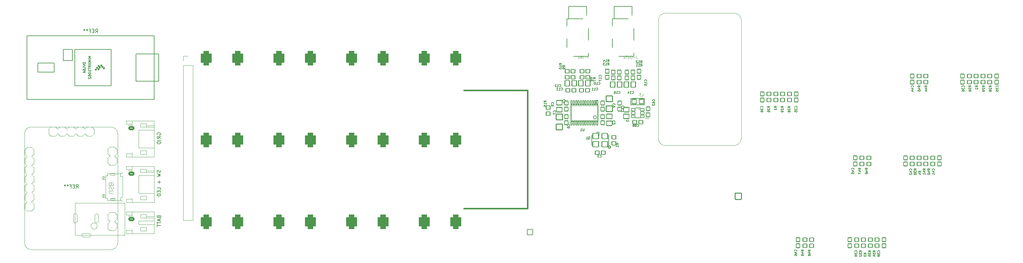
<source format=gbo>
%TF.GenerationSoftware,KiCad,Pcbnew,(6.0.8)*%
%TF.CreationDate,2022-10-17T00:12:51-07:00*%
%TF.ProjectId,norns-deck-210330,6e6f726e-732d-4646-9563-6b2d32313033,rev?*%
%TF.SameCoordinates,Original*%
%TF.FileFunction,Legend,Bot*%
%TF.FilePolarity,Positive*%
%FSLAX46Y46*%
G04 Gerber Fmt 4.6, Leading zero omitted, Abs format (unit mm)*
G04 Created by KiCad (PCBNEW (6.0.8)) date 2022-10-17 00:12:51*
%MOMM*%
%LPD*%
G01*
G04 APERTURE LIST*
G04 Aperture macros list*
%AMRoundRect*
0 Rectangle with rounded corners*
0 $1 Rounding radius*
0 $2 $3 $4 $5 $6 $7 $8 $9 X,Y pos of 4 corners*
0 Add a 4 corners polygon primitive as box body*
4,1,4,$2,$3,$4,$5,$6,$7,$8,$9,$2,$3,0*
0 Add four circle primitives for the rounded corners*
1,1,$1+$1,$2,$3*
1,1,$1+$1,$4,$5*
1,1,$1+$1,$6,$7*
1,1,$1+$1,$8,$9*
0 Add four rect primitives between the rounded corners*
20,1,$1+$1,$2,$3,$4,$5,0*
20,1,$1+$1,$4,$5,$6,$7,0*
20,1,$1+$1,$6,$7,$8,$9,0*
20,1,$1+$1,$8,$9,$2,$3,0*%
%AMFreePoly0*
4,1,25,0.436719,0.836196,0.448842,0.825842,0.825842,0.448842,0.854349,0.392894,0.855600,0.377000,0.855600,-0.377000,0.836196,-0.436719,0.825842,-0.448842,0.448842,-0.825842,0.392894,-0.854349,0.377000,-0.855600,-0.377000,-0.855600,-0.436719,-0.836196,-0.448842,-0.825842,-0.825842,-0.448842,-0.854349,-0.392894,-0.855600,-0.377000,-0.855600,0.377000,-0.836196,0.436719,-0.825842,0.448842,
-0.448842,0.825842,-0.392894,0.854349,-0.377000,0.855600,0.377000,0.855600,0.436719,0.836196,0.436719,0.836196,$1*%
%AMFreePoly1*
4,1,25,0.370379,0.832196,0.382502,0.821842,0.821842,0.382502,0.850349,0.326554,0.851600,0.310660,0.851600,-0.310660,0.832196,-0.370379,0.821842,-0.382502,0.382502,-0.821842,0.326554,-0.850349,0.310660,-0.851600,-0.310660,-0.851600,-0.370379,-0.832196,-0.382502,-0.821842,-0.821842,-0.382502,-0.850349,-0.326554,-0.851600,-0.310660,-0.851600,0.310660,-0.832196,0.370379,-0.821842,0.382502,
-0.382502,0.821842,-0.326554,0.850349,-0.310660,0.851600,0.310660,0.851600,0.370379,0.832196,0.370379,0.832196,$1*%
G04 Aperture macros list end*
%ADD10C,0.406400*%
%ADD11C,0.254000*%
%ADD12C,0.121920*%
%ADD13C,0.159385*%
%ADD14C,0.150000*%
%ADD15C,0.137160*%
%ADD16C,0.103632*%
%ADD17C,0.124968*%
%ADD18C,0.120000*%
%ADD19C,0.127000*%
%ADD20C,0.050800*%
%ADD21C,0.152400*%
%ADD22C,0.203200*%
%ADD23C,0.179600*%
%ADD24C,0.100000*%
%ADD25C,2.800000*%
%ADD26C,2.750000*%
%ADD27RoundRect,0.101600X0.889000X0.889000X-0.889000X0.889000X-0.889000X-0.889000X0.889000X-0.889000X0*%
%ADD28C,1.981200*%
%ADD29FreePoly0,270.000000*%
%ADD30O,4.703200X2.453200*%
%ADD31R,1.800000X1.800000*%
%ADD32C,1.800000*%
%ADD33RoundRect,0.750000X0.750000X-1.250000X0.750000X1.250000X-0.750000X1.250000X-0.750000X-1.250000X0*%
%ADD34C,4.000000*%
%ADD35C,1.700000*%
%ADD36C,2.200000*%
%ADD37C,0.500000*%
%ADD38C,2.286000*%
%ADD39RoundRect,0.101600X-0.750000X-0.750000X0.750000X-0.750000X0.750000X0.750000X-0.750000X0.750000X0*%
%ADD40FreePoly1,0.000000*%
%ADD41C,3.000000*%
%ADD42C,1.524000*%
%ADD43R,1.700000X1.700000*%
%ADD44O,1.700000X1.700000*%
%ADD45C,1.600000*%
%ADD46O,2.003200X3.803200*%
%ADD47RoundRect,0.101600X0.500000X-0.550000X0.500000X0.550000X-0.500000X0.550000X-0.500000X-0.550000X0*%
%ADD48RoundRect,0.101600X0.550000X-0.500000X0.550000X0.500000X-0.550000X0.500000X-0.550000X-0.500000X0*%
%ADD49RoundRect,0.101600X0.500000X0.550000X-0.500000X0.550000X-0.500000X-0.550000X0.500000X-0.550000X0*%
%ADD50RoundRect,0.101600X-0.550000X0.500000X-0.550000X-0.500000X0.550000X-0.500000X0.550000X0.500000X0*%
%ADD51RoundRect,0.101600X0.900000X-0.800000X0.900000X0.800000X-0.900000X0.800000X-0.900000X-0.800000X0*%
%ADD52RoundRect,0.250000X-0.625000X0.350000X-0.625000X-0.350000X0.625000X-0.350000X0.625000X0.350000X0*%
%ADD53O,1.750000X1.200000*%
%ADD54RoundRect,0.101600X-0.500000X0.550000X-0.500000X-0.550000X0.500000X-0.550000X0.500000X0.550000X0*%
%ADD55RoundRect,0.101600X0.650000X0.750000X-0.650000X0.750000X-0.650000X-0.750000X0.650000X-0.750000X0*%
%ADD56RoundRect,0.101600X-0.650000X-0.750000X0.650000X-0.750000X0.650000X0.750000X-0.650000X0.750000X0*%
%ADD57RoundRect,0.101600X0.152400X0.495300X-0.152400X0.495300X-0.152400X-0.495300X0.152400X-0.495300X0*%
%ADD58RoundRect,0.101600X-0.900000X0.800000X-0.900000X-0.800000X0.900000X-0.800000X0.900000X0.800000X0*%
%ADD59RoundRect,0.101600X0.550000X0.500000X-0.550000X0.500000X-0.550000X-0.500000X0.550000X-0.500000X0*%
%ADD60RoundRect,0.101600X-0.495000X0.345000X-0.495000X-0.345000X0.495000X-0.345000X0.495000X0.345000X0*%
%ADD61RoundRect,0.101600X0.495000X-0.345000X0.495000X0.345000X-0.495000X0.345000X-0.495000X-0.345000X0*%
%ADD62RoundRect,0.101600X-0.500000X-0.550000X0.500000X-0.550000X0.500000X0.550000X-0.500000X0.550000X0*%
%ADD63RoundRect,0.101600X-0.750000X0.650000X-0.750000X-0.650000X0.750000X-0.650000X0.750000X0.650000X0*%
%ADD64RoundRect,0.101600X0.750000X-0.650000X0.750000X0.650000X-0.750000X0.650000X-0.750000X-0.650000X0*%
%ADD65RoundRect,0.101600X-0.550000X-0.500000X0.550000X-0.500000X0.550000X0.500000X-0.550000X0.500000X0*%
%ADD66RoundRect,0.101600X-0.600000X-0.650000X0.600000X-0.650000X0.600000X0.650000X-0.600000X0.650000X0*%
%ADD67RoundRect,0.101600X0.800000X0.750000X-0.800000X0.750000X-0.800000X-0.750000X0.800000X-0.750000X0*%
%ADD68RoundRect,0.101600X-0.800000X-0.750000X0.800000X-0.750000X0.800000X0.750000X-0.800000X0.750000X0*%
G04 APERTURE END LIST*
D10*
X177622200Y-166967800D02*
X195402200Y-166967800D01*
X195402200Y-133947800D02*
X177622200Y-133947800D01*
X195402200Y-166967800D02*
X195402200Y-133947800D01*
D11*
X218579700Y-149822800D02*
G75*
G03*
X218579700Y-149822800I-317500J0D01*
G01*
D12*
X212182068Y-124334020D02*
X212182068Y-124827506D01*
X212214968Y-124926203D01*
X212280766Y-124992001D01*
X212379463Y-125024900D01*
X212445261Y-125024900D01*
X211853078Y-124761708D02*
X211326693Y-124761708D01*
X210997703Y-125024900D02*
X210997703Y-124334020D01*
X210668712Y-125024900D02*
X210668712Y-124334020D01*
X210273924Y-125024900D01*
X210273924Y-124334020D01*
X209813337Y-124334020D02*
X209747539Y-124334020D01*
X209681741Y-124366920D01*
X209648842Y-124399819D01*
X209615943Y-124465617D01*
X209583044Y-124597213D01*
X209583044Y-124761708D01*
X209615943Y-124893304D01*
X209648842Y-124959102D01*
X209681741Y-124992001D01*
X209747539Y-125024900D01*
X209813337Y-125024900D01*
X209879135Y-124992001D01*
X209912034Y-124959102D01*
X209944933Y-124893304D01*
X209977832Y-124761708D01*
X209977832Y-124597213D01*
X209944933Y-124465617D01*
X209912034Y-124399819D01*
X209879135Y-124366920D01*
X209813337Y-124334020D01*
D13*
X302730892Y-156280401D02*
X302761251Y-156250042D01*
X302791610Y-156158965D01*
X302791610Y-156098247D01*
X302761251Y-156007170D01*
X302700533Y-155946452D01*
X302639815Y-155916093D01*
X302518379Y-155885734D01*
X302427302Y-155885734D01*
X302305866Y-155916093D01*
X302245148Y-155946452D01*
X302184430Y-156007170D01*
X302154070Y-156098247D01*
X302154070Y-156158965D01*
X302184430Y-156250042D01*
X302214789Y-156280401D01*
X302366584Y-156826864D02*
X302791610Y-156826864D01*
X302123711Y-156675069D02*
X302579097Y-156523274D01*
X302579097Y-156917941D01*
X302214789Y-157130454D02*
X302184430Y-157160814D01*
X302154070Y-157221532D01*
X302154070Y-157373327D01*
X302184430Y-157434045D01*
X302214789Y-157464404D01*
X302275507Y-157494763D01*
X302336225Y-157494763D01*
X302427302Y-157464404D01*
X302791610Y-157100095D01*
X302791610Y-157494763D01*
X213470610Y-130757504D02*
X213167020Y-130544990D01*
X213470610Y-130393195D02*
X212833070Y-130393195D01*
X212833070Y-130636067D01*
X212863430Y-130696785D01*
X212893789Y-130727145D01*
X212954507Y-130757504D01*
X213045584Y-130757504D01*
X213106302Y-130727145D01*
X213136661Y-130696785D01*
X213167020Y-130636067D01*
X213167020Y-130393195D01*
X213106302Y-131121812D02*
X213075943Y-131061094D01*
X213045584Y-131030735D01*
X212984866Y-131000376D01*
X212954507Y-131000376D01*
X212893789Y-131030735D01*
X212863430Y-131061094D01*
X212833070Y-131121812D01*
X212833070Y-131243248D01*
X212863430Y-131303966D01*
X212893789Y-131334325D01*
X212954507Y-131364685D01*
X212984866Y-131364685D01*
X213045584Y-131334325D01*
X213075943Y-131303966D01*
X213106302Y-131243248D01*
X213106302Y-131121812D01*
X213136661Y-131061094D01*
X213167020Y-131030735D01*
X213227738Y-131000376D01*
X213349174Y-131000376D01*
X213409892Y-131030735D01*
X213440251Y-131061094D01*
X213470610Y-131121812D01*
X213470610Y-131243248D01*
X213440251Y-131303966D01*
X213409892Y-131334325D01*
X213349174Y-131364685D01*
X213227738Y-131364685D01*
X213167020Y-131334325D01*
X213136661Y-131303966D01*
X213106302Y-131243248D01*
X217796598Y-126933710D02*
X218009111Y-126630120D01*
X218160906Y-126933710D02*
X218160906Y-126296170D01*
X217918034Y-126296170D01*
X217857316Y-126326530D01*
X217826957Y-126356889D01*
X217796598Y-126417607D01*
X217796598Y-126508684D01*
X217826957Y-126569402D01*
X217857316Y-126599761D01*
X217918034Y-126630120D01*
X218160906Y-126630120D01*
X217189417Y-126933710D02*
X217553725Y-126933710D01*
X217371571Y-126933710D02*
X217371571Y-126296170D01*
X217432289Y-126387248D01*
X217493007Y-126447966D01*
X217553725Y-126478325D01*
X216976904Y-126296170D02*
X216582236Y-126296170D01*
X216794749Y-126539043D01*
X216703672Y-126539043D01*
X216642954Y-126569402D01*
X216612595Y-126599761D01*
X216582236Y-126660479D01*
X216582236Y-126812274D01*
X216612595Y-126872992D01*
X216642954Y-126903351D01*
X216703672Y-126933710D01*
X216885826Y-126933710D01*
X216946545Y-126903351D01*
X216976904Y-126872992D01*
X288540610Y-156078401D02*
X288237020Y-155865888D01*
X288540610Y-155714093D02*
X287903070Y-155714093D01*
X287903070Y-155956965D01*
X287933430Y-156017683D01*
X287963789Y-156048042D01*
X288024507Y-156078401D01*
X288115584Y-156078401D01*
X288176302Y-156048042D01*
X288206661Y-156017683D01*
X288237020Y-155956965D01*
X288237020Y-155714093D01*
X288115584Y-156624864D02*
X288540610Y-156624864D01*
X287872711Y-156473069D02*
X288328097Y-156321274D01*
X288328097Y-156715941D01*
X287903070Y-156898095D02*
X287903070Y-157323122D01*
X288540610Y-157049891D01*
X292604610Y-179140401D02*
X292301020Y-178927888D01*
X292604610Y-178776093D02*
X291967070Y-178776093D01*
X291967070Y-179018965D01*
X291997430Y-179079683D01*
X292027789Y-179110042D01*
X292088507Y-179140401D01*
X292179584Y-179140401D01*
X292240302Y-179110042D01*
X292270661Y-179079683D01*
X292301020Y-179018965D01*
X292301020Y-178776093D01*
X291967070Y-179352914D02*
X291967070Y-179747582D01*
X292209943Y-179535069D01*
X292209943Y-179626146D01*
X292240302Y-179686864D01*
X292270661Y-179717223D01*
X292331379Y-179747582D01*
X292483174Y-179747582D01*
X292543892Y-179717223D01*
X292574251Y-179686864D01*
X292604610Y-179626146D01*
X292604610Y-179443992D01*
X292574251Y-179383274D01*
X292543892Y-179352914D01*
X292179584Y-180294045D02*
X292604610Y-180294045D01*
X291936711Y-180142250D02*
X292392097Y-179990454D01*
X292392097Y-180385122D01*
X220773110Y-149172504D02*
X220469520Y-148959990D01*
X220773110Y-148808195D02*
X220135570Y-148808195D01*
X220135570Y-149051067D01*
X220165930Y-149111785D01*
X220196289Y-149142145D01*
X220257007Y-149172504D01*
X220348084Y-149172504D01*
X220408802Y-149142145D01*
X220439161Y-149111785D01*
X220469520Y-149051067D01*
X220469520Y-148808195D01*
X220773110Y-149779685D02*
X220773110Y-149415376D01*
X220773110Y-149597530D02*
X220135570Y-149597530D01*
X220226648Y-149536812D01*
X220287366Y-149476094D01*
X220317725Y-149415376D01*
X317409892Y-133043504D02*
X317440251Y-133013145D01*
X317470610Y-132922067D01*
X317470610Y-132861349D01*
X317440251Y-132770272D01*
X317379533Y-132709554D01*
X317318815Y-132679195D01*
X317197379Y-132648836D01*
X317106302Y-132648836D01*
X316984866Y-132679195D01*
X316924148Y-132709554D01*
X316863430Y-132770272D01*
X316833070Y-132861349D01*
X316833070Y-132922067D01*
X316863430Y-133013145D01*
X316893789Y-133043504D01*
X316833070Y-133256017D02*
X316833070Y-133650685D01*
X317075943Y-133438171D01*
X317075943Y-133529248D01*
X317106302Y-133589966D01*
X317136661Y-133620325D01*
X317197379Y-133650685D01*
X317349174Y-133650685D01*
X317409892Y-133620325D01*
X317440251Y-133589966D01*
X317470610Y-133529248D01*
X317470610Y-133347094D01*
X317440251Y-133286376D01*
X317409892Y-133256017D01*
X316833070Y-134197147D02*
X316833070Y-134075711D01*
X316863430Y-134014993D01*
X316893789Y-133984634D01*
X316984866Y-133923916D01*
X317106302Y-133893557D01*
X317349174Y-133893557D01*
X317409892Y-133923916D01*
X317440251Y-133954275D01*
X317470610Y-134014993D01*
X317470610Y-134136429D01*
X317440251Y-134197147D01*
X317409892Y-134227506D01*
X317349174Y-134257865D01*
X317197379Y-134257865D01*
X317136661Y-134227506D01*
X317106302Y-134197147D01*
X317075943Y-134136429D01*
X317075943Y-134014993D01*
X317106302Y-133954275D01*
X317136661Y-133923916D01*
X317197379Y-133893557D01*
X319375610Y-133043504D02*
X319072020Y-132830990D01*
X319375610Y-132679195D02*
X318738070Y-132679195D01*
X318738070Y-132922067D01*
X318768430Y-132982785D01*
X318798789Y-133013145D01*
X318859507Y-133043504D01*
X318950584Y-133043504D01*
X319011302Y-133013145D01*
X319041661Y-132982785D01*
X319072020Y-132922067D01*
X319072020Y-132679195D01*
X318798789Y-133286376D02*
X318768430Y-133316735D01*
X318738070Y-133377453D01*
X318738070Y-133529248D01*
X318768430Y-133589966D01*
X318798789Y-133620325D01*
X318859507Y-133650685D01*
X318920225Y-133650685D01*
X319011302Y-133620325D01*
X319375610Y-133256017D01*
X319375610Y-133650685D01*
X318738070Y-134197147D02*
X318738070Y-134075711D01*
X318768430Y-134014993D01*
X318798789Y-133984634D01*
X318889866Y-133923916D01*
X319011302Y-133893557D01*
X319254174Y-133893557D01*
X319314892Y-133923916D01*
X319345251Y-133954275D01*
X319375610Y-134014993D01*
X319375610Y-134136429D01*
X319345251Y-134197147D01*
X319314892Y-134227506D01*
X319254174Y-134257865D01*
X319102379Y-134257865D01*
X319041661Y-134227506D01*
X319011302Y-134197147D01*
X318980943Y-134136429D01*
X318980943Y-134014993D01*
X319011302Y-133954275D01*
X319041661Y-133923916D01*
X319102379Y-133893557D01*
X214997392Y-137107504D02*
X215027751Y-137077145D01*
X215058110Y-136986067D01*
X215058110Y-136925349D01*
X215027751Y-136834272D01*
X214967033Y-136773554D01*
X214906315Y-136743195D01*
X214784879Y-136712836D01*
X214693802Y-136712836D01*
X214572366Y-136743195D01*
X214511648Y-136773554D01*
X214450930Y-136834272D01*
X214420570Y-136925349D01*
X214420570Y-136986067D01*
X214450930Y-137077145D01*
X214481289Y-137107504D01*
X214693802Y-137471812D02*
X214663443Y-137411094D01*
X214633084Y-137380735D01*
X214572366Y-137350376D01*
X214542007Y-137350376D01*
X214481289Y-137380735D01*
X214450930Y-137411094D01*
X214420570Y-137471812D01*
X214420570Y-137593248D01*
X214450930Y-137653966D01*
X214481289Y-137684325D01*
X214542007Y-137714685D01*
X214572366Y-137714685D01*
X214633084Y-137684325D01*
X214663443Y-137653966D01*
X214693802Y-137593248D01*
X214693802Y-137471812D01*
X214724161Y-137411094D01*
X214754520Y-137380735D01*
X214815238Y-137350376D01*
X214936674Y-137350376D01*
X214997392Y-137380735D01*
X215027751Y-137411094D01*
X215058110Y-137471812D01*
X215058110Y-137593248D01*
X215027751Y-137653966D01*
X214997392Y-137684325D01*
X214936674Y-137714685D01*
X214815238Y-137714685D01*
X214754520Y-137684325D01*
X214724161Y-137653966D01*
X214693802Y-137593248D01*
X270678892Y-138805504D02*
X270709251Y-138775145D01*
X270739610Y-138684067D01*
X270739610Y-138623349D01*
X270709251Y-138532272D01*
X270648533Y-138471554D01*
X270587815Y-138441195D01*
X270466379Y-138410836D01*
X270375302Y-138410836D01*
X270253866Y-138441195D01*
X270193148Y-138471554D01*
X270132430Y-138532272D01*
X270102070Y-138623349D01*
X270102070Y-138684067D01*
X270132430Y-138775145D01*
X270162789Y-138805504D01*
X270102070Y-139018017D02*
X270102070Y-139412685D01*
X270344943Y-139200171D01*
X270344943Y-139291248D01*
X270375302Y-139351966D01*
X270405661Y-139382325D01*
X270466379Y-139412685D01*
X270618174Y-139412685D01*
X270678892Y-139382325D01*
X270709251Y-139351966D01*
X270739610Y-139291248D01*
X270739610Y-139109094D01*
X270709251Y-139048376D01*
X270678892Y-139018017D01*
X270102070Y-139989506D02*
X270102070Y-139685916D01*
X270405661Y-139655557D01*
X270375302Y-139685916D01*
X270344943Y-139746634D01*
X270344943Y-139898429D01*
X270375302Y-139959147D01*
X270405661Y-139989506D01*
X270466379Y-140019865D01*
X270618174Y-140019865D01*
X270678892Y-139989506D01*
X270709251Y-139959147D01*
X270739610Y-139898429D01*
X270739610Y-139746634D01*
X270709251Y-139685916D01*
X270678892Y-139655557D01*
X290064610Y-179747582D02*
X289761020Y-179535069D01*
X290064610Y-179383274D02*
X289427070Y-179383274D01*
X289427070Y-179626146D01*
X289457430Y-179686864D01*
X289487789Y-179717223D01*
X289548507Y-179747582D01*
X289639584Y-179747582D01*
X289700302Y-179717223D01*
X289730661Y-179686864D01*
X289761020Y-179626146D01*
X289761020Y-179383274D01*
X289427070Y-179960095D02*
X289427070Y-180354763D01*
X289669943Y-180142250D01*
X289669943Y-180233327D01*
X289700302Y-180294045D01*
X289730661Y-180324404D01*
X289791379Y-180354763D01*
X289943174Y-180354763D01*
X290003892Y-180324404D01*
X290034251Y-180294045D01*
X290064610Y-180233327D01*
X290064610Y-180051173D01*
X290034251Y-179990454D01*
X290003892Y-179960095D01*
X272580610Y-178938401D02*
X272277020Y-178725888D01*
X272580610Y-178574093D02*
X271943070Y-178574093D01*
X271943070Y-178816965D01*
X271973430Y-178877683D01*
X272003789Y-178908042D01*
X272064507Y-178938401D01*
X272155584Y-178938401D01*
X272216302Y-178908042D01*
X272246661Y-178877683D01*
X272277020Y-178816965D01*
X272277020Y-178574093D01*
X272155584Y-179484864D02*
X272580610Y-179484864D01*
X271912711Y-179333069D02*
X272368097Y-179181274D01*
X272368097Y-179575941D01*
X272580610Y-179849173D02*
X272580610Y-179970609D01*
X272550251Y-180031327D01*
X272519892Y-180061686D01*
X272428815Y-180122404D01*
X272307379Y-180152763D01*
X272064507Y-180152763D01*
X272003789Y-180122404D01*
X271973430Y-180092045D01*
X271943070Y-180031327D01*
X271943070Y-179909891D01*
X271973430Y-179849173D01*
X272003789Y-179818814D01*
X272064507Y-179788454D01*
X272216302Y-179788454D01*
X272277020Y-179818814D01*
X272307379Y-179849173D01*
X272337738Y-179909891D01*
X272337738Y-180031327D01*
X272307379Y-180092045D01*
X272277020Y-180122404D01*
X272216302Y-180152763D01*
X219759892Y-138060004D02*
X219790251Y-138029645D01*
X219820610Y-137938567D01*
X219820610Y-137877849D01*
X219790251Y-137786772D01*
X219729533Y-137726054D01*
X219668815Y-137695695D01*
X219547379Y-137665336D01*
X219456302Y-137665336D01*
X219334866Y-137695695D01*
X219274148Y-137726054D01*
X219213430Y-137786772D01*
X219183070Y-137877849D01*
X219183070Y-137938567D01*
X219213430Y-138029645D01*
X219243789Y-138060004D01*
X219820610Y-138363594D02*
X219820610Y-138485030D01*
X219790251Y-138545748D01*
X219759892Y-138576107D01*
X219668815Y-138636825D01*
X219547379Y-138667185D01*
X219304507Y-138667185D01*
X219243789Y-138636825D01*
X219213430Y-138606466D01*
X219183070Y-138545748D01*
X219183070Y-138424312D01*
X219213430Y-138363594D01*
X219243789Y-138333235D01*
X219304507Y-138302876D01*
X219456302Y-138302876D01*
X219517020Y-138333235D01*
X219547379Y-138363594D01*
X219577738Y-138424312D01*
X219577738Y-138545748D01*
X219547379Y-138606466D01*
X219517020Y-138636825D01*
X219456302Y-138667185D01*
X288794610Y-179140401D02*
X288491020Y-178927888D01*
X288794610Y-178776093D02*
X288157070Y-178776093D01*
X288157070Y-179018965D01*
X288187430Y-179079683D01*
X288217789Y-179110042D01*
X288278507Y-179140401D01*
X288369584Y-179140401D01*
X288430302Y-179110042D01*
X288460661Y-179079683D01*
X288491020Y-179018965D01*
X288491020Y-178776093D01*
X288157070Y-179352914D02*
X288157070Y-179747582D01*
X288399943Y-179535069D01*
X288399943Y-179626146D01*
X288430302Y-179686864D01*
X288460661Y-179717223D01*
X288521379Y-179747582D01*
X288673174Y-179747582D01*
X288733892Y-179717223D01*
X288764251Y-179686864D01*
X288794610Y-179626146D01*
X288794610Y-179443992D01*
X288764251Y-179383274D01*
X288733892Y-179352914D01*
X288217789Y-179990454D02*
X288187430Y-180020814D01*
X288157070Y-180081532D01*
X288157070Y-180233327D01*
X288187430Y-180294045D01*
X288217789Y-180324404D01*
X288278507Y-180354763D01*
X288339225Y-180354763D01*
X288430302Y-180324404D01*
X288794610Y-179960095D01*
X288794610Y-180354763D01*
X304061610Y-156280401D02*
X303758020Y-156067888D01*
X304061610Y-155916093D02*
X303424070Y-155916093D01*
X303424070Y-156158965D01*
X303454430Y-156219683D01*
X303484789Y-156250042D01*
X303545507Y-156280401D01*
X303636584Y-156280401D01*
X303697302Y-156250042D01*
X303727661Y-156219683D01*
X303758020Y-156158965D01*
X303758020Y-155916093D01*
X303424070Y-156492914D02*
X303424070Y-156887582D01*
X303666943Y-156675069D01*
X303666943Y-156766146D01*
X303697302Y-156826864D01*
X303727661Y-156857223D01*
X303788379Y-156887582D01*
X303940174Y-156887582D01*
X304000892Y-156857223D01*
X304031251Y-156826864D01*
X304061610Y-156766146D01*
X304061610Y-156583992D01*
X304031251Y-156523274D01*
X304000892Y-156492914D01*
X303697302Y-157251891D02*
X303666943Y-157191173D01*
X303636584Y-157160814D01*
X303575866Y-157130454D01*
X303545507Y-157130454D01*
X303484789Y-157160814D01*
X303454430Y-157191173D01*
X303424070Y-157251891D01*
X303424070Y-157373327D01*
X303454430Y-157434045D01*
X303484789Y-157464404D01*
X303545507Y-157494763D01*
X303575866Y-157494763D01*
X303636584Y-157464404D01*
X303666943Y-157434045D01*
X303697302Y-157373327D01*
X303697302Y-157251891D01*
X303727661Y-157191173D01*
X303758020Y-157160814D01*
X303818738Y-157130454D01*
X303940174Y-157130454D01*
X304000892Y-157160814D01*
X304031251Y-157191173D01*
X304061610Y-157251891D01*
X304061610Y-157373327D01*
X304031251Y-157434045D01*
X304000892Y-157464404D01*
X303940174Y-157494763D01*
X303818738Y-157494763D01*
X303758020Y-157464404D01*
X303727661Y-157434045D01*
X303697302Y-157373327D01*
X321280610Y-133043504D02*
X320977020Y-132830990D01*
X321280610Y-132679195D02*
X320643070Y-132679195D01*
X320643070Y-132922067D01*
X320673430Y-132982785D01*
X320703789Y-133013145D01*
X320764507Y-133043504D01*
X320855584Y-133043504D01*
X320916302Y-133013145D01*
X320946661Y-132982785D01*
X320977020Y-132922067D01*
X320977020Y-132679195D01*
X320703789Y-133286376D02*
X320673430Y-133316735D01*
X320643070Y-133377453D01*
X320643070Y-133529248D01*
X320673430Y-133589966D01*
X320703789Y-133620325D01*
X320764507Y-133650685D01*
X320825225Y-133650685D01*
X320916302Y-133620325D01*
X321280610Y-133256017D01*
X321280610Y-133650685D01*
X266929610Y-138805504D02*
X266626020Y-138592990D01*
X266929610Y-138441195D02*
X266292070Y-138441195D01*
X266292070Y-138684067D01*
X266322430Y-138744785D01*
X266352789Y-138775145D01*
X266413507Y-138805504D01*
X266504584Y-138805504D01*
X266565302Y-138775145D01*
X266595661Y-138744785D01*
X266626020Y-138684067D01*
X266626020Y-138441195D01*
X266352789Y-139048376D02*
X266322430Y-139078735D01*
X266292070Y-139139453D01*
X266292070Y-139291248D01*
X266322430Y-139351966D01*
X266352789Y-139382325D01*
X266413507Y-139412685D01*
X266474225Y-139412685D01*
X266565302Y-139382325D01*
X266929610Y-139018017D01*
X266929610Y-139412685D01*
X266929610Y-139716275D02*
X266929610Y-139837711D01*
X266899251Y-139898429D01*
X266868892Y-139928788D01*
X266777815Y-139989506D01*
X266656379Y-140019865D01*
X266413507Y-140019865D01*
X266352789Y-139989506D01*
X266322430Y-139959147D01*
X266292070Y-139898429D01*
X266292070Y-139776993D01*
X266322430Y-139716275D01*
X266352789Y-139685916D01*
X266413507Y-139655557D01*
X266565302Y-139655557D01*
X266626020Y-139685916D01*
X266656379Y-139716275D01*
X266686738Y-139776993D01*
X266686738Y-139898429D01*
X266656379Y-139959147D01*
X266626020Y-139989506D01*
X266565302Y-140019865D01*
D14*
X92754961Y-156312561D02*
X92802580Y-156455419D01*
X92802580Y-156693514D01*
X92754961Y-156788752D01*
X92707342Y-156836371D01*
X92612104Y-156883990D01*
X92516866Y-156883990D01*
X92421628Y-156836371D01*
X92374009Y-156788752D01*
X92326390Y-156693514D01*
X92278771Y-156503038D01*
X92231152Y-156407800D01*
X92183533Y-156360180D01*
X92088295Y-156312561D01*
X91993057Y-156312561D01*
X91897819Y-156360180D01*
X91850200Y-156407800D01*
X91802580Y-156503038D01*
X91802580Y-156741133D01*
X91850200Y-156883990D01*
X91802580Y-157217323D02*
X92802580Y-157455419D01*
X92088295Y-157645895D01*
X92802580Y-157836371D01*
X91802580Y-158074466D01*
X92421628Y-159217323D02*
X92421628Y-159979228D01*
X92802580Y-159598276D02*
X92040676Y-159598276D01*
X92802580Y-161693514D02*
X92802580Y-161217323D01*
X91802580Y-161217323D01*
X92278771Y-162026847D02*
X92278771Y-162360180D01*
X92802580Y-162503038D02*
X92802580Y-162026847D01*
X91802580Y-162026847D01*
X91802580Y-162503038D01*
X92802580Y-162931609D02*
X91802580Y-162931609D01*
X91802580Y-163169704D01*
X91850200Y-163312561D01*
X91945438Y-163407800D01*
X92040676Y-163455419D01*
X92231152Y-163503038D01*
X92374009Y-163503038D01*
X92564485Y-163455419D01*
X92659723Y-163407800D01*
X92754961Y-163312561D01*
X92802580Y-163169704D01*
X92802580Y-162931609D01*
D13*
X207059892Y-143910582D02*
X207090251Y-143880223D01*
X207120610Y-143789146D01*
X207120610Y-143728428D01*
X207090251Y-143637351D01*
X207029533Y-143576633D01*
X206968815Y-143546274D01*
X206847379Y-143515914D01*
X206756302Y-143515914D01*
X206634866Y-143546274D01*
X206574148Y-143576633D01*
X206513430Y-143637351D01*
X206483070Y-143728428D01*
X206483070Y-143789146D01*
X206513430Y-143880223D01*
X206543789Y-143910582D01*
X206483070Y-144457045D02*
X206483070Y-144335609D01*
X206513430Y-144274891D01*
X206543789Y-144244532D01*
X206634866Y-144183814D01*
X206756302Y-144153454D01*
X206999174Y-144153454D01*
X207059892Y-144183814D01*
X207090251Y-144214173D01*
X207120610Y-144274891D01*
X207120610Y-144396327D01*
X207090251Y-144457045D01*
X207059892Y-144487404D01*
X206999174Y-144517763D01*
X206847379Y-144517763D01*
X206786661Y-144487404D01*
X206756302Y-144457045D01*
X206725943Y-144396327D01*
X206725943Y-144274891D01*
X206756302Y-144214173D01*
X206786661Y-144183814D01*
X206847379Y-144153454D01*
X291334610Y-179140401D02*
X291031020Y-178927888D01*
X291334610Y-178776093D02*
X290697070Y-178776093D01*
X290697070Y-179018965D01*
X290727430Y-179079683D01*
X290757789Y-179110042D01*
X290818507Y-179140401D01*
X290909584Y-179140401D01*
X290970302Y-179110042D01*
X291000661Y-179079683D01*
X291031020Y-179018965D01*
X291031020Y-178776093D01*
X290697070Y-179352914D02*
X290697070Y-179747582D01*
X290939943Y-179535069D01*
X290939943Y-179626146D01*
X290970302Y-179686864D01*
X291000661Y-179717223D01*
X291061379Y-179747582D01*
X291213174Y-179747582D01*
X291273892Y-179717223D01*
X291304251Y-179686864D01*
X291334610Y-179626146D01*
X291334610Y-179443992D01*
X291304251Y-179383274D01*
X291273892Y-179352914D01*
X290697070Y-180324404D02*
X290697070Y-180020814D01*
X291000661Y-179990454D01*
X290970302Y-180020814D01*
X290939943Y-180081532D01*
X290939943Y-180233327D01*
X290970302Y-180294045D01*
X291000661Y-180324404D01*
X291061379Y-180354763D01*
X291213174Y-180354763D01*
X291273892Y-180324404D01*
X291304251Y-180294045D01*
X291334610Y-180233327D01*
X291334610Y-180081532D01*
X291304251Y-180020814D01*
X291273892Y-179990454D01*
X215256598Y-132270492D02*
X215286957Y-132300851D01*
X215378034Y-132331210D01*
X215438752Y-132331210D01*
X215529829Y-132300851D01*
X215590547Y-132240133D01*
X215620906Y-132179415D01*
X215651265Y-132057979D01*
X215651265Y-131966902D01*
X215620906Y-131845466D01*
X215590547Y-131784748D01*
X215529829Y-131724030D01*
X215438752Y-131693670D01*
X215378034Y-131693670D01*
X215286957Y-131724030D01*
X215256598Y-131754389D01*
X214649417Y-132331210D02*
X215013725Y-132331210D01*
X214831571Y-132331210D02*
X214831571Y-131693670D01*
X214892289Y-131784748D01*
X214953007Y-131845466D01*
X215013725Y-131875825D01*
X214254749Y-131693670D02*
X214194031Y-131693670D01*
X214133313Y-131724030D01*
X214102954Y-131754389D01*
X214072595Y-131815107D01*
X214042236Y-131936543D01*
X214042236Y-132088338D01*
X214072595Y-132209774D01*
X214102954Y-132270492D01*
X214133313Y-132300851D01*
X214194031Y-132331210D01*
X214254749Y-132331210D01*
X214315467Y-132300851D01*
X214345826Y-132270492D01*
X214376185Y-132209774D01*
X214406545Y-132088338D01*
X214406545Y-131936543D01*
X214376185Y-131815107D01*
X214345826Y-131754389D01*
X214315467Y-131724030D01*
X214254749Y-131693670D01*
X220817495Y-134810492D02*
X220847854Y-134840851D01*
X220938932Y-134871210D01*
X220999650Y-134871210D01*
X221090727Y-134840851D01*
X221151445Y-134780133D01*
X221181804Y-134719415D01*
X221212163Y-134597979D01*
X221212163Y-134506902D01*
X221181804Y-134385466D01*
X221151445Y-134324748D01*
X221090727Y-134264030D01*
X220999650Y-134233670D01*
X220938932Y-134233670D01*
X220847854Y-134264030D01*
X220817495Y-134294389D01*
X220210314Y-134871210D02*
X220574623Y-134871210D01*
X220392469Y-134871210D02*
X220392469Y-134233670D01*
X220453187Y-134324748D01*
X220513905Y-134385466D01*
X220574623Y-134415825D01*
X219663852Y-134233670D02*
X219785288Y-134233670D01*
X219846006Y-134264030D01*
X219876365Y-134294389D01*
X219937083Y-134385466D01*
X219967442Y-134506902D01*
X219967442Y-134749774D01*
X219937083Y-134810492D01*
X219906724Y-134840851D01*
X219846006Y-134871210D01*
X219724570Y-134871210D01*
X219663852Y-134840851D01*
X219633493Y-134810492D01*
X219603134Y-134749774D01*
X219603134Y-134597979D01*
X219633493Y-134537261D01*
X219663852Y-134506902D01*
X219724570Y-134476543D01*
X219846006Y-134476543D01*
X219906724Y-134506902D01*
X219937083Y-134537261D01*
X219967442Y-134597979D01*
X265024610Y-138805504D02*
X264721020Y-138592990D01*
X265024610Y-138441195D02*
X264387070Y-138441195D01*
X264387070Y-138684067D01*
X264417430Y-138744785D01*
X264447789Y-138775145D01*
X264508507Y-138805504D01*
X264599584Y-138805504D01*
X264660302Y-138775145D01*
X264690661Y-138744785D01*
X264721020Y-138684067D01*
X264721020Y-138441195D01*
X264447789Y-139048376D02*
X264417430Y-139078735D01*
X264387070Y-139139453D01*
X264387070Y-139291248D01*
X264417430Y-139351966D01*
X264447789Y-139382325D01*
X264508507Y-139412685D01*
X264569225Y-139412685D01*
X264660302Y-139382325D01*
X265024610Y-139018017D01*
X265024610Y-139412685D01*
X307871610Y-156280401D02*
X307568020Y-156067888D01*
X307871610Y-155916093D02*
X307234070Y-155916093D01*
X307234070Y-156158965D01*
X307264430Y-156219683D01*
X307294789Y-156250042D01*
X307355507Y-156280401D01*
X307446584Y-156280401D01*
X307507302Y-156250042D01*
X307537661Y-156219683D01*
X307568020Y-156158965D01*
X307568020Y-155916093D01*
X307446584Y-156826864D02*
X307871610Y-156826864D01*
X307203711Y-156675069D02*
X307659097Y-156523274D01*
X307659097Y-156917941D01*
X307234070Y-157282250D02*
X307234070Y-157342968D01*
X307264430Y-157403686D01*
X307294789Y-157434045D01*
X307355507Y-157464404D01*
X307476943Y-157494763D01*
X307628738Y-157494763D01*
X307750174Y-157464404D01*
X307810892Y-157434045D01*
X307841251Y-157403686D01*
X307871610Y-157342968D01*
X307871610Y-157282250D01*
X307841251Y-157221532D01*
X307810892Y-157191173D01*
X307750174Y-157160814D01*
X307628738Y-157130454D01*
X307476943Y-157130454D01*
X307355507Y-157160814D01*
X307294789Y-157191173D01*
X307264430Y-157221532D01*
X307234070Y-157282250D01*
X215314892Y-145997504D02*
X215345251Y-145967145D01*
X215375610Y-145876067D01*
X215375610Y-145815349D01*
X215345251Y-145724272D01*
X215284533Y-145663554D01*
X215223815Y-145633195D01*
X215102379Y-145602836D01*
X215011302Y-145602836D01*
X214889866Y-145633195D01*
X214829148Y-145663554D01*
X214768430Y-145724272D01*
X214738070Y-145815349D01*
X214738070Y-145876067D01*
X214768430Y-145967145D01*
X214798789Y-145997504D01*
X215375610Y-146604685D02*
X215375610Y-146240376D01*
X215375610Y-146422530D02*
X214738070Y-146422530D01*
X214829148Y-146361812D01*
X214889866Y-146301094D01*
X214920225Y-146240376D01*
D15*
X211204979Y-144622206D02*
X211204979Y-145169153D01*
X211172806Y-145233500D01*
X211140632Y-145265673D01*
X211076286Y-145297846D01*
X210947592Y-145297846D01*
X210883246Y-145265673D01*
X210851072Y-145233500D01*
X210818899Y-145169153D01*
X210818899Y-144622206D01*
X210143259Y-145297846D02*
X210529339Y-145297846D01*
X210336299Y-145297846D02*
X210336299Y-144622206D01*
X210400646Y-144718726D01*
X210464992Y-144783073D01*
X210529339Y-144815246D01*
D13*
X203198642Y-140040582D02*
X203229001Y-140010223D01*
X203259360Y-139919146D01*
X203259360Y-139858428D01*
X203229001Y-139767351D01*
X203168283Y-139706633D01*
X203107565Y-139676274D01*
X202986129Y-139645914D01*
X202895052Y-139645914D01*
X202773616Y-139676274D01*
X202712898Y-139706633D01*
X202652180Y-139767351D01*
X202621820Y-139858428D01*
X202621820Y-139919146D01*
X202652180Y-140010223D01*
X202682539Y-140040582D01*
X202621820Y-140253095D02*
X202621820Y-140678122D01*
X203259360Y-140404891D01*
X268834610Y-138805504D02*
X268531020Y-138592990D01*
X268834610Y-138441195D02*
X268197070Y-138441195D01*
X268197070Y-138684067D01*
X268227430Y-138744785D01*
X268257789Y-138775145D01*
X268318507Y-138805504D01*
X268409584Y-138805504D01*
X268470302Y-138775145D01*
X268500661Y-138744785D01*
X268531020Y-138684067D01*
X268531020Y-138441195D01*
X268257789Y-139048376D02*
X268227430Y-139078735D01*
X268197070Y-139139453D01*
X268197070Y-139291248D01*
X268227430Y-139351966D01*
X268257789Y-139382325D01*
X268318507Y-139412685D01*
X268379225Y-139412685D01*
X268470302Y-139382325D01*
X268834610Y-139018017D01*
X268834610Y-139412685D01*
X268470302Y-139776993D02*
X268439943Y-139716275D01*
X268409584Y-139685916D01*
X268348866Y-139655557D01*
X268318507Y-139655557D01*
X268257789Y-139685916D01*
X268227430Y-139716275D01*
X268197070Y-139776993D01*
X268197070Y-139898429D01*
X268227430Y-139959147D01*
X268257789Y-139989506D01*
X268318507Y-140019865D01*
X268348866Y-140019865D01*
X268409584Y-139989506D01*
X268439943Y-139959147D01*
X268470302Y-139898429D01*
X268470302Y-139776993D01*
X268500661Y-139716275D01*
X268531020Y-139685916D01*
X268591738Y-139655557D01*
X268713174Y-139655557D01*
X268773892Y-139685916D01*
X268804251Y-139716275D01*
X268834610Y-139776993D01*
X268834610Y-139898429D01*
X268804251Y-139959147D01*
X268773892Y-139989506D01*
X268713174Y-140019865D01*
X268591738Y-140019865D01*
X268531020Y-139989506D01*
X268500661Y-139959147D01*
X268470302Y-139898429D01*
X307098610Y-133043504D02*
X306795020Y-132830990D01*
X307098610Y-132679195D02*
X306461070Y-132679195D01*
X306461070Y-132922067D01*
X306491430Y-132982785D01*
X306521789Y-133013145D01*
X306582507Y-133043504D01*
X306673584Y-133043504D01*
X306734302Y-133013145D01*
X306764661Y-132982785D01*
X306795020Y-132922067D01*
X306795020Y-132679195D01*
X306673584Y-133589966D02*
X307098610Y-133589966D01*
X306430711Y-133438171D02*
X306886097Y-133286376D01*
X306886097Y-133681044D01*
X306673584Y-134197147D02*
X307098610Y-134197147D01*
X306430711Y-134045352D02*
X306886097Y-133893557D01*
X306886097Y-134288225D01*
X306601610Y-156280401D02*
X306298020Y-156067888D01*
X306601610Y-155916093D02*
X305964070Y-155916093D01*
X305964070Y-156158965D01*
X305994430Y-156219683D01*
X306024789Y-156250042D01*
X306085507Y-156280401D01*
X306176584Y-156280401D01*
X306237302Y-156250042D01*
X306267661Y-156219683D01*
X306298020Y-156158965D01*
X306298020Y-155916093D01*
X306176584Y-156826864D02*
X306601610Y-156826864D01*
X305933711Y-156675069D02*
X306389097Y-156523274D01*
X306389097Y-156917941D01*
X306601610Y-157494763D02*
X306601610Y-157130454D01*
X306601610Y-157312609D02*
X305964070Y-157312609D01*
X306055148Y-157251891D01*
X306115866Y-157191173D01*
X306146225Y-157130454D01*
X214621598Y-133857992D02*
X214651957Y-133888351D01*
X214743034Y-133918710D01*
X214803752Y-133918710D01*
X214894829Y-133888351D01*
X214955547Y-133827633D01*
X214985906Y-133766915D01*
X215016265Y-133645479D01*
X215016265Y-133554402D01*
X214985906Y-133432966D01*
X214955547Y-133372248D01*
X214894829Y-133311530D01*
X214803752Y-133281170D01*
X214743034Y-133281170D01*
X214651957Y-133311530D01*
X214621598Y-133341889D01*
X214014417Y-133918710D02*
X214378725Y-133918710D01*
X214196571Y-133918710D02*
X214196571Y-133281170D01*
X214257289Y-133372248D01*
X214318007Y-133432966D01*
X214378725Y-133463325D01*
X213407236Y-133918710D02*
X213771545Y-133918710D01*
X213589390Y-133918710D02*
X213589390Y-133281170D01*
X213650108Y-133372248D01*
X213710826Y-133432966D01*
X213771545Y-133463325D01*
X263119610Y-138805504D02*
X262816020Y-138592990D01*
X263119610Y-138441195D02*
X262482070Y-138441195D01*
X262482070Y-138684067D01*
X262512430Y-138744785D01*
X262542789Y-138775145D01*
X262603507Y-138805504D01*
X262694584Y-138805504D01*
X262755302Y-138775145D01*
X262785661Y-138744785D01*
X262816020Y-138684067D01*
X262816020Y-138441195D01*
X262542789Y-139048376D02*
X262512430Y-139078735D01*
X262482070Y-139139453D01*
X262482070Y-139291248D01*
X262512430Y-139351966D01*
X262542789Y-139382325D01*
X262603507Y-139412685D01*
X262664225Y-139412685D01*
X262755302Y-139382325D01*
X263119610Y-139018017D01*
X263119610Y-139412685D01*
X262482070Y-139959147D02*
X262482070Y-139837711D01*
X262512430Y-139776993D01*
X262542789Y-139746634D01*
X262633866Y-139685916D01*
X262755302Y-139655557D01*
X262998174Y-139655557D01*
X263058892Y-139685916D01*
X263089251Y-139716275D01*
X263119610Y-139776993D01*
X263119610Y-139898429D01*
X263089251Y-139959147D01*
X263058892Y-139989506D01*
X262998174Y-140019865D01*
X262846379Y-140019865D01*
X262785661Y-139989506D01*
X262755302Y-139959147D01*
X262724943Y-139898429D01*
X262724943Y-139776993D01*
X262755302Y-139716275D01*
X262785661Y-139685916D01*
X262846379Y-139655557D01*
X228649892Y-131392504D02*
X228680251Y-131362145D01*
X228710610Y-131271067D01*
X228710610Y-131210349D01*
X228680251Y-131119272D01*
X228619533Y-131058554D01*
X228558815Y-131028195D01*
X228437379Y-130997836D01*
X228346302Y-130997836D01*
X228224866Y-131028195D01*
X228164148Y-131058554D01*
X228103430Y-131119272D01*
X228073070Y-131210349D01*
X228073070Y-131271067D01*
X228103430Y-131362145D01*
X228133789Y-131392504D01*
X228710610Y-131999685D02*
X228710610Y-131635376D01*
X228710610Y-131817530D02*
X228073070Y-131817530D01*
X228164148Y-131756812D01*
X228224866Y-131696094D01*
X228255225Y-131635376D01*
X228073070Y-132576506D02*
X228073070Y-132272916D01*
X228376661Y-132242557D01*
X228346302Y-132272916D01*
X228315943Y-132333634D01*
X228315943Y-132485429D01*
X228346302Y-132546147D01*
X228376661Y-132576506D01*
X228437379Y-132606865D01*
X228589174Y-132606865D01*
X228649892Y-132576506D01*
X228680251Y-132546147D01*
X228710610Y-132485429D01*
X228710610Y-132333634D01*
X228680251Y-132272916D01*
X228649892Y-132242557D01*
X293813892Y-179140401D02*
X293844251Y-179110042D01*
X293874610Y-179018965D01*
X293874610Y-178958247D01*
X293844251Y-178867170D01*
X293783533Y-178806452D01*
X293722815Y-178776093D01*
X293601379Y-178745734D01*
X293510302Y-178745734D01*
X293388866Y-178776093D01*
X293328148Y-178806452D01*
X293267430Y-178867170D01*
X293237070Y-178958247D01*
X293237070Y-179018965D01*
X293267430Y-179110042D01*
X293297789Y-179140401D01*
X293237070Y-179352914D02*
X293237070Y-179747582D01*
X293479943Y-179535069D01*
X293479943Y-179626146D01*
X293510302Y-179686864D01*
X293540661Y-179717223D01*
X293601379Y-179747582D01*
X293753174Y-179747582D01*
X293813892Y-179717223D01*
X293844251Y-179686864D01*
X293874610Y-179626146D01*
X293874610Y-179443992D01*
X293844251Y-179383274D01*
X293813892Y-179352914D01*
X293510302Y-180111891D02*
X293479943Y-180051173D01*
X293449584Y-180020814D01*
X293388866Y-179990454D01*
X293358507Y-179990454D01*
X293297789Y-180020814D01*
X293267430Y-180051173D01*
X293237070Y-180111891D01*
X293237070Y-180233327D01*
X293267430Y-180294045D01*
X293297789Y-180324404D01*
X293358507Y-180354763D01*
X293388866Y-180354763D01*
X293449584Y-180324404D01*
X293479943Y-180294045D01*
X293510302Y-180233327D01*
X293510302Y-180111891D01*
X293540661Y-180051173D01*
X293571020Y-180020814D01*
X293631738Y-179990454D01*
X293753174Y-179990454D01*
X293813892Y-180020814D01*
X293844251Y-180051173D01*
X293874610Y-180111891D01*
X293874610Y-180233327D01*
X293844251Y-180294045D01*
X293813892Y-180324404D01*
X293753174Y-180354763D01*
X293631738Y-180354763D01*
X293571020Y-180324404D01*
X293540661Y-180294045D01*
X293510302Y-180233327D01*
X224627495Y-134810492D02*
X224657854Y-134840851D01*
X224748932Y-134871210D01*
X224809650Y-134871210D01*
X224900727Y-134840851D01*
X224961445Y-134780133D01*
X224991804Y-134719415D01*
X225022163Y-134597979D01*
X225022163Y-134506902D01*
X224991804Y-134385466D01*
X224961445Y-134324748D01*
X224900727Y-134264030D01*
X224809650Y-134233670D01*
X224748932Y-134233670D01*
X224657854Y-134264030D01*
X224627495Y-134294389D01*
X224020314Y-134871210D02*
X224384623Y-134871210D01*
X224202469Y-134871210D02*
X224202469Y-134233670D01*
X224263187Y-134324748D01*
X224323905Y-134385466D01*
X224384623Y-134415825D01*
X223473852Y-134446184D02*
X223473852Y-134871210D01*
X223625647Y-134203311D02*
X223777442Y-134658697D01*
X223382774Y-134658697D01*
D16*
X228351346Y-140210554D02*
X228925434Y-140210554D01*
X228992974Y-140244324D01*
X229026744Y-140278094D01*
X229060514Y-140345634D01*
X229060514Y-140480713D01*
X229026744Y-140548253D01*
X228992974Y-140582023D01*
X228925434Y-140615793D01*
X228351346Y-140615793D01*
X229060514Y-141324961D02*
X229060514Y-140919722D01*
X229060514Y-141122342D02*
X228351346Y-141122342D01*
X228452655Y-141054802D01*
X228520195Y-140987262D01*
X228553965Y-140919722D01*
X229060514Y-142000359D02*
X229060514Y-141595120D01*
X229060514Y-141797740D02*
X228351346Y-141797740D01*
X228452655Y-141730200D01*
X228520195Y-141662660D01*
X228553965Y-141595120D01*
D13*
X222299892Y-138695004D02*
X222330251Y-138664645D01*
X222360610Y-138573567D01*
X222360610Y-138512849D01*
X222330251Y-138421772D01*
X222269533Y-138361054D01*
X222208815Y-138330695D01*
X222087379Y-138300336D01*
X221996302Y-138300336D01*
X221874866Y-138330695D01*
X221814148Y-138361054D01*
X221753430Y-138421772D01*
X221723070Y-138512849D01*
X221723070Y-138573567D01*
X221753430Y-138664645D01*
X221783789Y-138695004D01*
X221935584Y-139241466D02*
X222360610Y-139241466D01*
X221692711Y-139089671D02*
X222148097Y-138937876D01*
X222148097Y-139332544D01*
X221723070Y-139514698D02*
X221723070Y-139939725D01*
X222360610Y-139666493D01*
X215949892Y-130122504D02*
X215980251Y-130092145D01*
X216010610Y-130001067D01*
X216010610Y-129940349D01*
X215980251Y-129849272D01*
X215919533Y-129788554D01*
X215858815Y-129758195D01*
X215737379Y-129727836D01*
X215646302Y-129727836D01*
X215524866Y-129758195D01*
X215464148Y-129788554D01*
X215403430Y-129849272D01*
X215373070Y-129940349D01*
X215373070Y-130001067D01*
X215403430Y-130092145D01*
X215433789Y-130122504D01*
X216010610Y-130729685D02*
X216010610Y-130365376D01*
X216010610Y-130547530D02*
X215373070Y-130547530D01*
X215464148Y-130486812D01*
X215524866Y-130426094D01*
X215555225Y-130365376D01*
X215373070Y-130942198D02*
X215373070Y-131367225D01*
X216010610Y-131093993D01*
X303227892Y-133043504D02*
X303258251Y-133013145D01*
X303288610Y-132922067D01*
X303288610Y-132861349D01*
X303258251Y-132770272D01*
X303197533Y-132709554D01*
X303136815Y-132679195D01*
X303015379Y-132648836D01*
X302924302Y-132648836D01*
X302802866Y-132679195D01*
X302742148Y-132709554D01*
X302681430Y-132770272D01*
X302651070Y-132861349D01*
X302651070Y-132922067D01*
X302681430Y-133013145D01*
X302711789Y-133043504D01*
X302863584Y-133589966D02*
X303288610Y-133589966D01*
X302620711Y-133438171D02*
X303076097Y-133286376D01*
X303076097Y-133681044D01*
X302863584Y-134197147D02*
X303288610Y-134197147D01*
X302620711Y-134045352D02*
X303076097Y-133893557D01*
X303076097Y-134288225D01*
X227004098Y-126298710D02*
X227216611Y-125995120D01*
X227368406Y-126298710D02*
X227368406Y-125661170D01*
X227125534Y-125661170D01*
X227064816Y-125691530D01*
X227034457Y-125721889D01*
X227004098Y-125782607D01*
X227004098Y-125873684D01*
X227034457Y-125934402D01*
X227064816Y-125964761D01*
X227125534Y-125995120D01*
X227368406Y-125995120D01*
X226396917Y-126298710D02*
X226761225Y-126298710D01*
X226579071Y-126298710D02*
X226579071Y-125661170D01*
X226639789Y-125752248D01*
X226700507Y-125812966D01*
X226761225Y-125843325D01*
X226154045Y-125721889D02*
X226123685Y-125691530D01*
X226062967Y-125661170D01*
X225911172Y-125661170D01*
X225850454Y-125691530D01*
X225820095Y-125721889D01*
X225789736Y-125782607D01*
X225789736Y-125843325D01*
X225820095Y-125934402D01*
X226184404Y-126298710D01*
X225789736Y-126298710D01*
X217796598Y-125981210D02*
X218009111Y-125677620D01*
X218160906Y-125981210D02*
X218160906Y-125343670D01*
X217918034Y-125343670D01*
X217857316Y-125374030D01*
X217826957Y-125404389D01*
X217796598Y-125465107D01*
X217796598Y-125556184D01*
X217826957Y-125616902D01*
X217857316Y-125647261D01*
X217918034Y-125677620D01*
X218160906Y-125677620D01*
X217189417Y-125981210D02*
X217553725Y-125981210D01*
X217371571Y-125981210D02*
X217371571Y-125343670D01*
X217432289Y-125434748D01*
X217493007Y-125495466D01*
X217553725Y-125525825D01*
X216642954Y-125556184D02*
X216642954Y-125981210D01*
X216794749Y-125313311D02*
X216946545Y-125768697D01*
X216551877Y-125768697D01*
X309080892Y-156280401D02*
X309111251Y-156250042D01*
X309141610Y-156158965D01*
X309141610Y-156098247D01*
X309111251Y-156007170D01*
X309050533Y-155946452D01*
X308989815Y-155916093D01*
X308868379Y-155885734D01*
X308777302Y-155885734D01*
X308655866Y-155916093D01*
X308595148Y-155946452D01*
X308534430Y-156007170D01*
X308504070Y-156098247D01*
X308504070Y-156158965D01*
X308534430Y-156250042D01*
X308564789Y-156280401D01*
X308716584Y-156826864D02*
X309141610Y-156826864D01*
X308473711Y-156675069D02*
X308929097Y-156523274D01*
X308929097Y-156917941D01*
X309141610Y-157494763D02*
X309141610Y-157130454D01*
X309141610Y-157312609D02*
X308504070Y-157312609D01*
X308595148Y-157251891D01*
X308655866Y-157191173D01*
X308686225Y-157130454D01*
X286574892Y-156078401D02*
X286605251Y-156048042D01*
X286635610Y-155956965D01*
X286635610Y-155896247D01*
X286605251Y-155805170D01*
X286544533Y-155744452D01*
X286483815Y-155714093D01*
X286362379Y-155683734D01*
X286271302Y-155683734D01*
X286149866Y-155714093D01*
X286089148Y-155744452D01*
X286028430Y-155805170D01*
X285998070Y-155896247D01*
X285998070Y-155956965D01*
X286028430Y-156048042D01*
X286058789Y-156078401D01*
X286210584Y-156624864D02*
X286635610Y-156624864D01*
X285967711Y-156473069D02*
X286423097Y-156321274D01*
X286423097Y-156715941D01*
X285998070Y-157262404D02*
X285998070Y-156958814D01*
X286301661Y-156928454D01*
X286271302Y-156958814D01*
X286240943Y-157019532D01*
X286240943Y-157171327D01*
X286271302Y-157232045D01*
X286301661Y-157262404D01*
X286362379Y-157292763D01*
X286514174Y-157292763D01*
X286574892Y-157262404D01*
X286605251Y-157232045D01*
X286635610Y-157171327D01*
X286635610Y-157019532D01*
X286605251Y-156958814D01*
X286574892Y-156928454D01*
X323185610Y-133043504D02*
X322882020Y-132830990D01*
X323185610Y-132679195D02*
X322548070Y-132679195D01*
X322548070Y-132922067D01*
X322578430Y-132982785D01*
X322608789Y-133013145D01*
X322669507Y-133043504D01*
X322760584Y-133043504D01*
X322821302Y-133013145D01*
X322851661Y-132982785D01*
X322882020Y-132922067D01*
X322882020Y-132679195D01*
X322608789Y-133286376D02*
X322578430Y-133316735D01*
X322548070Y-133377453D01*
X322548070Y-133529248D01*
X322578430Y-133589966D01*
X322608789Y-133620325D01*
X322669507Y-133650685D01*
X322730225Y-133650685D01*
X322821302Y-133620325D01*
X323185610Y-133256017D01*
X323185610Y-133650685D01*
X323185610Y-133954275D02*
X323185610Y-134075711D01*
X323155251Y-134136429D01*
X323124892Y-134166788D01*
X323033815Y-134227506D01*
X322912379Y-134257865D01*
X322669507Y-134257865D01*
X322608789Y-134227506D01*
X322578430Y-134197147D01*
X322548070Y-134136429D01*
X322548070Y-134014993D01*
X322578430Y-133954275D01*
X322608789Y-133923916D01*
X322669507Y-133893557D01*
X322821302Y-133893557D01*
X322882020Y-133923916D01*
X322912379Y-133954275D01*
X322942738Y-134014993D01*
X322942738Y-134136429D01*
X322912379Y-134197147D01*
X322882020Y-134227506D01*
X322821302Y-134257865D01*
X305193610Y-133043504D02*
X304890020Y-132830990D01*
X305193610Y-132679195D02*
X304556070Y-132679195D01*
X304556070Y-132922067D01*
X304586430Y-132982785D01*
X304616789Y-133013145D01*
X304677507Y-133043504D01*
X304768584Y-133043504D01*
X304829302Y-133013145D01*
X304859661Y-132982785D01*
X304890020Y-132922067D01*
X304890020Y-132679195D01*
X304768584Y-133589966D02*
X305193610Y-133589966D01*
X304525711Y-133438171D02*
X304981097Y-133286376D01*
X304981097Y-133681044D01*
X304556070Y-134227506D02*
X304556070Y-133923916D01*
X304859661Y-133893557D01*
X304829302Y-133923916D01*
X304798943Y-133984634D01*
X304798943Y-134136429D01*
X304829302Y-134197147D01*
X304859661Y-134227506D01*
X304920379Y-134257865D01*
X305072174Y-134257865D01*
X305132892Y-134227506D01*
X305163251Y-134197147D01*
X305193610Y-134136429D01*
X305193610Y-133984634D01*
X305163251Y-133923916D01*
X305132892Y-133893557D01*
X290445610Y-156078401D02*
X290142020Y-155865888D01*
X290445610Y-155714093D02*
X289808070Y-155714093D01*
X289808070Y-155956965D01*
X289838430Y-156017683D01*
X289868789Y-156048042D01*
X289929507Y-156078401D01*
X290020584Y-156078401D01*
X290081302Y-156048042D01*
X290111661Y-156017683D01*
X290142020Y-155956965D01*
X290142020Y-155714093D01*
X290020584Y-156624864D02*
X290445610Y-156624864D01*
X289777711Y-156473069D02*
X290233097Y-156321274D01*
X290233097Y-156715941D01*
X289808070Y-157232045D02*
X289808070Y-157110609D01*
X289838430Y-157049891D01*
X289868789Y-157019532D01*
X289959866Y-156958814D01*
X290081302Y-156928454D01*
X290324174Y-156928454D01*
X290384892Y-156958814D01*
X290415251Y-156989173D01*
X290445610Y-157049891D01*
X290445610Y-157171327D01*
X290415251Y-157232045D01*
X290384892Y-157262404D01*
X290324174Y-157292763D01*
X290172379Y-157292763D01*
X290111661Y-157262404D01*
X290081302Y-157232045D01*
X290050943Y-157171327D01*
X290050943Y-157049891D01*
X290081302Y-156989173D01*
X290111661Y-156958814D01*
X290172379Y-156928454D01*
X227004098Y-127251210D02*
X227216611Y-126947620D01*
X227368406Y-127251210D02*
X227368406Y-126613670D01*
X227125534Y-126613670D01*
X227064816Y-126644030D01*
X227034457Y-126674389D01*
X227004098Y-126735107D01*
X227004098Y-126826184D01*
X227034457Y-126886902D01*
X227064816Y-126917261D01*
X227125534Y-126947620D01*
X227368406Y-126947620D01*
X226396917Y-127251210D02*
X226761225Y-127251210D01*
X226579071Y-127251210D02*
X226579071Y-126613670D01*
X226639789Y-126704748D01*
X226700507Y-126765466D01*
X226761225Y-126795825D01*
X225789736Y-127251210D02*
X226154045Y-127251210D01*
X225971890Y-127251210D02*
X225971890Y-126613670D01*
X226032608Y-126704748D01*
X226093326Y-126765466D01*
X226154045Y-126795825D01*
X230872392Y-136953401D02*
X230902751Y-136923042D01*
X230933110Y-136831965D01*
X230933110Y-136771247D01*
X230902751Y-136680170D01*
X230842033Y-136619452D01*
X230781315Y-136589093D01*
X230659879Y-136558734D01*
X230568802Y-136558734D01*
X230447366Y-136589093D01*
X230386648Y-136619452D01*
X230325930Y-136680170D01*
X230295570Y-136771247D01*
X230295570Y-136831965D01*
X230325930Y-136923042D01*
X230356289Y-136953401D01*
X230295570Y-137499864D02*
X230295570Y-137378428D01*
X230325930Y-137317710D01*
X230356289Y-137287351D01*
X230447366Y-137226633D01*
X230568802Y-137196274D01*
X230811674Y-137196274D01*
X230872392Y-137226633D01*
X230902751Y-137256992D01*
X230933110Y-137317710D01*
X230933110Y-137439146D01*
X230902751Y-137499864D01*
X230872392Y-137530223D01*
X230811674Y-137560582D01*
X230659879Y-137560582D01*
X230599161Y-137530223D01*
X230568802Y-137499864D01*
X230538443Y-137439146D01*
X230538443Y-137317710D01*
X230568802Y-137256992D01*
X230599161Y-137226633D01*
X230659879Y-137196274D01*
X230295570Y-137773095D02*
X230295570Y-138167763D01*
X230538443Y-137955250D01*
X230538443Y-138046327D01*
X230568802Y-138107045D01*
X230599161Y-138137404D01*
X230659879Y-138167763D01*
X230811674Y-138167763D01*
X230872392Y-138137404D01*
X230902751Y-138107045D01*
X230933110Y-138046327D01*
X230933110Y-137864173D01*
X230902751Y-137803454D01*
X230872392Y-137773095D01*
X205850610Y-127400582D02*
X205547020Y-127188069D01*
X205850610Y-127036274D02*
X205213070Y-127036274D01*
X205213070Y-127279146D01*
X205243430Y-127339864D01*
X205273789Y-127370223D01*
X205334507Y-127400582D01*
X205425584Y-127400582D01*
X205486302Y-127370223D01*
X205516661Y-127339864D01*
X205547020Y-127279146D01*
X205547020Y-127036274D01*
X205850610Y-127704173D02*
X205850610Y-127825609D01*
X205820251Y-127886327D01*
X205789892Y-127916686D01*
X205698815Y-127977404D01*
X205577379Y-128007763D01*
X205334507Y-128007763D01*
X205273789Y-127977404D01*
X205243430Y-127947045D01*
X205213070Y-127886327D01*
X205213070Y-127764891D01*
X205243430Y-127704173D01*
X205273789Y-127673814D01*
X205334507Y-127643454D01*
X205486302Y-127643454D01*
X205547020Y-127673814D01*
X205577379Y-127704173D01*
X205607738Y-127764891D01*
X205607738Y-127886327D01*
X205577379Y-127947045D01*
X205547020Y-127977404D01*
X205486302Y-128007763D01*
X270614892Y-178938401D02*
X270645251Y-178908042D01*
X270675610Y-178816965D01*
X270675610Y-178756247D01*
X270645251Y-178665170D01*
X270584533Y-178604452D01*
X270523815Y-178574093D01*
X270402379Y-178543734D01*
X270311302Y-178543734D01*
X270189866Y-178574093D01*
X270129148Y-178604452D01*
X270068430Y-178665170D01*
X270038070Y-178756247D01*
X270038070Y-178816965D01*
X270068430Y-178908042D01*
X270098789Y-178938401D01*
X270250584Y-179484864D02*
X270675610Y-179484864D01*
X270007711Y-179333069D02*
X270463097Y-179181274D01*
X270463097Y-179575941D01*
X270038070Y-180092045D02*
X270038070Y-179970609D01*
X270068430Y-179909891D01*
X270098789Y-179879532D01*
X270189866Y-179818814D01*
X270311302Y-179788454D01*
X270554174Y-179788454D01*
X270614892Y-179818814D01*
X270645251Y-179849173D01*
X270675610Y-179909891D01*
X270675610Y-180031327D01*
X270645251Y-180092045D01*
X270614892Y-180122404D01*
X270554174Y-180152763D01*
X270402379Y-180152763D01*
X270341661Y-180122404D01*
X270311302Y-180092045D01*
X270280943Y-180031327D01*
X270280943Y-179909891D01*
X270311302Y-179849173D01*
X270341661Y-179818814D01*
X270402379Y-179788454D01*
X219759892Y-142822504D02*
X219790251Y-142792145D01*
X219820610Y-142701067D01*
X219820610Y-142640349D01*
X219790251Y-142549272D01*
X219729533Y-142488554D01*
X219668815Y-142458195D01*
X219547379Y-142427836D01*
X219456302Y-142427836D01*
X219334866Y-142458195D01*
X219274148Y-142488554D01*
X219213430Y-142549272D01*
X219183070Y-142640349D01*
X219183070Y-142701067D01*
X219213430Y-142792145D01*
X219243789Y-142822504D01*
X219243789Y-143065376D02*
X219213430Y-143095735D01*
X219183070Y-143156453D01*
X219183070Y-143308248D01*
X219213430Y-143368966D01*
X219243789Y-143399325D01*
X219304507Y-143429685D01*
X219365225Y-143429685D01*
X219456302Y-143399325D01*
X219820610Y-143035017D01*
X219820610Y-143429685D01*
D12*
X225803242Y-124334020D02*
X225803242Y-124827506D01*
X225836141Y-124926203D01*
X225901939Y-124992001D01*
X226000636Y-125024900D01*
X226066434Y-125024900D01*
X225474251Y-124761708D02*
X224947867Y-124761708D01*
X224487280Y-124334020D02*
X224355684Y-124334020D01*
X224289886Y-124366920D01*
X224224088Y-124432718D01*
X224191188Y-124564314D01*
X224191188Y-124794607D01*
X224224088Y-124926203D01*
X224289886Y-124992001D01*
X224355684Y-125024900D01*
X224487280Y-125024900D01*
X224553078Y-124992001D01*
X224618876Y-124926203D01*
X224651775Y-124794607D01*
X224651775Y-124564314D01*
X224618876Y-124432718D01*
X224553078Y-124366920D01*
X224487280Y-124334020D01*
X223895097Y-124334020D02*
X223895097Y-124893304D01*
X223862198Y-124959102D01*
X223829299Y-124992001D01*
X223763501Y-125024900D01*
X223631905Y-125024900D01*
X223566107Y-124992001D01*
X223533208Y-124959102D01*
X223500308Y-124893304D01*
X223500308Y-124334020D01*
X223270015Y-124334020D02*
X222875227Y-124334020D01*
X223072621Y-125024900D02*
X223072621Y-124334020D01*
X222513337Y-124334020D02*
X222447539Y-124334020D01*
X222381741Y-124366920D01*
X222348842Y-124399819D01*
X222315943Y-124465617D01*
X222283044Y-124597213D01*
X222283044Y-124761708D01*
X222315943Y-124893304D01*
X222348842Y-124959102D01*
X222381741Y-124992001D01*
X222447539Y-125024900D01*
X222513337Y-125024900D01*
X222579135Y-124992001D01*
X222612034Y-124959102D01*
X222644933Y-124893304D01*
X222677832Y-124761708D01*
X222677832Y-124597213D01*
X222644933Y-124465617D01*
X222612034Y-124399819D01*
X222579135Y-124366920D01*
X222513337Y-124334020D01*
D13*
X202614892Y-137742504D02*
X202645251Y-137712145D01*
X202675610Y-137621067D01*
X202675610Y-137560349D01*
X202645251Y-137469272D01*
X202584533Y-137408554D01*
X202523815Y-137378195D01*
X202402379Y-137347836D01*
X202311302Y-137347836D01*
X202189866Y-137378195D01*
X202129148Y-137408554D01*
X202068430Y-137469272D01*
X202038070Y-137560349D01*
X202038070Y-137621067D01*
X202068430Y-137712145D01*
X202098789Y-137742504D01*
X202038070Y-138319325D02*
X202038070Y-138015735D01*
X202341661Y-137985376D01*
X202311302Y-138015735D01*
X202280943Y-138076453D01*
X202280943Y-138228248D01*
X202311302Y-138288966D01*
X202341661Y-138319325D01*
X202402379Y-138349685D01*
X202554174Y-138349685D01*
X202614892Y-138319325D01*
X202645251Y-138288966D01*
X202675610Y-138228248D01*
X202675610Y-138076453D01*
X202645251Y-138015735D01*
X202614892Y-137985376D01*
X325090610Y-133043504D02*
X324787020Y-132830990D01*
X325090610Y-132679195D02*
X324453070Y-132679195D01*
X324453070Y-132922067D01*
X324483430Y-132982785D01*
X324513789Y-133013145D01*
X324574507Y-133043504D01*
X324665584Y-133043504D01*
X324726302Y-133013145D01*
X324756661Y-132982785D01*
X324787020Y-132922067D01*
X324787020Y-132679195D01*
X324513789Y-133286376D02*
X324483430Y-133316735D01*
X324453070Y-133377453D01*
X324453070Y-133529248D01*
X324483430Y-133589966D01*
X324513789Y-133620325D01*
X324574507Y-133650685D01*
X324635225Y-133650685D01*
X324726302Y-133620325D01*
X325090610Y-133256017D01*
X325090610Y-133650685D01*
X324726302Y-134014993D02*
X324695943Y-133954275D01*
X324665584Y-133923916D01*
X324604866Y-133893557D01*
X324574507Y-133893557D01*
X324513789Y-133923916D01*
X324483430Y-133954275D01*
X324453070Y-134014993D01*
X324453070Y-134136429D01*
X324483430Y-134197147D01*
X324513789Y-134227506D01*
X324574507Y-134257865D01*
X324604866Y-134257865D01*
X324665584Y-134227506D01*
X324695943Y-134197147D01*
X324726302Y-134136429D01*
X324726302Y-134014993D01*
X324756661Y-133954275D01*
X324787020Y-133923916D01*
X324847738Y-133893557D01*
X324969174Y-133893557D01*
X325029892Y-133923916D01*
X325060251Y-133954275D01*
X325090610Y-134014993D01*
X325090610Y-134136429D01*
X325060251Y-134197147D01*
X325029892Y-134227506D01*
X324969174Y-134257865D01*
X324847738Y-134257865D01*
X324787020Y-134227506D01*
X324756661Y-134197147D01*
X324726302Y-134136429D01*
X226051598Y-144017992D02*
X226081957Y-144048351D01*
X226173034Y-144078710D01*
X226233752Y-144078710D01*
X226324829Y-144048351D01*
X226385547Y-143987633D01*
X226415906Y-143926915D01*
X226446265Y-143805479D01*
X226446265Y-143714402D01*
X226415906Y-143592966D01*
X226385547Y-143532248D01*
X226324829Y-143471530D01*
X226233752Y-143441170D01*
X226173034Y-143441170D01*
X226081957Y-143471530D01*
X226051598Y-143501889D01*
X225687289Y-143714402D02*
X225748007Y-143684043D01*
X225778366Y-143653684D01*
X225808725Y-143592966D01*
X225808725Y-143562607D01*
X225778366Y-143501889D01*
X225748007Y-143471530D01*
X225687289Y-143441170D01*
X225565853Y-143441170D01*
X225505135Y-143471530D01*
X225474776Y-143501889D01*
X225444417Y-143562607D01*
X225444417Y-143592966D01*
X225474776Y-143653684D01*
X225505135Y-143684043D01*
X225565853Y-143714402D01*
X225687289Y-143714402D01*
X225748007Y-143744761D01*
X225778366Y-143775120D01*
X225808725Y-143835838D01*
X225808725Y-143957274D01*
X225778366Y-144017992D01*
X225748007Y-144048351D01*
X225687289Y-144078710D01*
X225565853Y-144078710D01*
X225505135Y-144048351D01*
X225474776Y-144017992D01*
X225444417Y-143957274D01*
X225444417Y-143835838D01*
X225474776Y-143775120D01*
X225505135Y-143744761D01*
X225565853Y-143714402D01*
X225080108Y-143714402D02*
X225140826Y-143684043D01*
X225171185Y-143653684D01*
X225201545Y-143592966D01*
X225201545Y-143562607D01*
X225171185Y-143501889D01*
X225140826Y-143471530D01*
X225080108Y-143441170D01*
X224958672Y-143441170D01*
X224897954Y-143471530D01*
X224867595Y-143501889D01*
X224837236Y-143562607D01*
X224837236Y-143592966D01*
X224867595Y-143653684D01*
X224897954Y-143684043D01*
X224958672Y-143714402D01*
X225080108Y-143714402D01*
X225140826Y-143744761D01*
X225171185Y-143775120D01*
X225201545Y-143835838D01*
X225201545Y-143957274D01*
X225171185Y-144017992D01*
X225140826Y-144048351D01*
X225080108Y-144078710D01*
X224958672Y-144078710D01*
X224897954Y-144048351D01*
X224867595Y-144017992D01*
X224837236Y-143957274D01*
X224837236Y-143835838D01*
X224867595Y-143775120D01*
X224897954Y-143744761D01*
X224958672Y-143714402D01*
X261153892Y-138805504D02*
X261184251Y-138775145D01*
X261214610Y-138684067D01*
X261214610Y-138623349D01*
X261184251Y-138532272D01*
X261123533Y-138471554D01*
X261062815Y-138441195D01*
X260941379Y-138410836D01*
X260850302Y-138410836D01*
X260728866Y-138441195D01*
X260668148Y-138471554D01*
X260607430Y-138532272D01*
X260577070Y-138623349D01*
X260577070Y-138684067D01*
X260607430Y-138775145D01*
X260637789Y-138805504D01*
X260577070Y-139018017D02*
X260577070Y-139412685D01*
X260819943Y-139200171D01*
X260819943Y-139291248D01*
X260850302Y-139351966D01*
X260880661Y-139382325D01*
X260941379Y-139412685D01*
X261093174Y-139412685D01*
X261153892Y-139382325D01*
X261184251Y-139351966D01*
X261214610Y-139291248D01*
X261214610Y-139109094D01*
X261184251Y-139048376D01*
X261153892Y-139018017D01*
X260577070Y-139959147D02*
X260577070Y-139837711D01*
X260607430Y-139776993D01*
X260637789Y-139746634D01*
X260728866Y-139685916D01*
X260850302Y-139655557D01*
X261093174Y-139655557D01*
X261153892Y-139685916D01*
X261184251Y-139716275D01*
X261214610Y-139776993D01*
X261214610Y-139898429D01*
X261184251Y-139959147D01*
X261153892Y-139989506D01*
X261093174Y-140019865D01*
X260941379Y-140019865D01*
X260880661Y-139989506D01*
X260850302Y-139959147D01*
X260819943Y-139898429D01*
X260819943Y-139776993D01*
X260850302Y-139716275D01*
X260880661Y-139685916D01*
X260941379Y-139655557D01*
X305331610Y-156887582D02*
X305028020Y-156675069D01*
X305331610Y-156523274D02*
X304694070Y-156523274D01*
X304694070Y-156766146D01*
X304724430Y-156826864D01*
X304754789Y-156857223D01*
X304815507Y-156887582D01*
X304906584Y-156887582D01*
X304967302Y-156857223D01*
X304997661Y-156826864D01*
X305028020Y-156766146D01*
X305028020Y-156523274D01*
X304906584Y-157434045D02*
X305331610Y-157434045D01*
X304663711Y-157282250D02*
X305119097Y-157130454D01*
X305119097Y-157525122D01*
X200611860Y-137270901D02*
X200308270Y-137058388D01*
X200611860Y-136906593D02*
X199974320Y-136906593D01*
X199974320Y-137149465D01*
X200004680Y-137210183D01*
X200035039Y-137240542D01*
X200095757Y-137270901D01*
X200186834Y-137270901D01*
X200247552Y-137240542D01*
X200277911Y-137210183D01*
X200308270Y-137149465D01*
X200308270Y-136906593D01*
X200611860Y-137878082D02*
X200611860Y-137513774D01*
X200611860Y-137695928D02*
X199974320Y-137695928D01*
X200065398Y-137635210D01*
X200126116Y-137574492D01*
X200156475Y-137513774D01*
X199974320Y-138454904D02*
X199974320Y-138151314D01*
X200277911Y-138120954D01*
X200247552Y-138151314D01*
X200217193Y-138212032D01*
X200217193Y-138363827D01*
X200247552Y-138424545D01*
X200277911Y-138454904D01*
X200338629Y-138485263D01*
X200490424Y-138485263D01*
X200551142Y-138454904D01*
X200581501Y-138424545D01*
X200611860Y-138363827D01*
X200611860Y-138212032D01*
X200581501Y-138151314D01*
X200551142Y-138120954D01*
D14*
X69159539Y-161273935D02*
X69492872Y-160797745D01*
X69730967Y-161273935D02*
X69730967Y-160273935D01*
X69350015Y-160273935D01*
X69254777Y-160321555D01*
X69207158Y-160369174D01*
X69159539Y-160464412D01*
X69159539Y-160607269D01*
X69207158Y-160702507D01*
X69254777Y-160750126D01*
X69350015Y-160797745D01*
X69730967Y-160797745D01*
X68730967Y-160750126D02*
X68397634Y-160750126D01*
X68254777Y-161273935D02*
X68730967Y-161273935D01*
X68730967Y-160273935D01*
X68254777Y-160273935D01*
X67492872Y-160750126D02*
X67826206Y-160750126D01*
X67826206Y-161273935D02*
X67826206Y-160273935D01*
X67350015Y-160273935D01*
X66826206Y-160273935D02*
X66826206Y-160512031D01*
X67064301Y-160416793D02*
X66826206Y-160512031D01*
X66588110Y-160416793D01*
X66969063Y-160702507D02*
X66826206Y-160512031D01*
X66683348Y-160702507D01*
X66064301Y-160273935D02*
X66064301Y-160512031D01*
X66302396Y-160416793D02*
X66064301Y-160512031D01*
X65826206Y-160416793D01*
X66207158Y-160702507D02*
X66064301Y-160512031D01*
X65921444Y-160702507D01*
X92318771Y-169308752D02*
X92366390Y-169451609D01*
X92414009Y-169499228D01*
X92509247Y-169546847D01*
X92652104Y-169546847D01*
X92747342Y-169499228D01*
X92794961Y-169451609D01*
X92842580Y-169356371D01*
X92842580Y-168975419D01*
X91842580Y-168975419D01*
X91842580Y-169308752D01*
X91890200Y-169403990D01*
X91937819Y-169451609D01*
X92033057Y-169499228D01*
X92128295Y-169499228D01*
X92223533Y-169451609D01*
X92271152Y-169403990D01*
X92318771Y-169308752D01*
X92318771Y-168975419D01*
X92556866Y-169927800D02*
X92556866Y-170403990D01*
X92842580Y-169832561D02*
X91842580Y-170165895D01*
X92842580Y-170499228D01*
X91842580Y-170689704D02*
X91842580Y-171261133D01*
X92842580Y-170975419D02*
X91842580Y-170975419D01*
X91842580Y-171451609D02*
X91842580Y-172023038D01*
X92842580Y-171737323D02*
X91842580Y-171737323D01*
D17*
X227319015Y-135528962D02*
X227646554Y-135528962D01*
X227646554Y-134841130D01*
X227155245Y-134841130D02*
X226729444Y-134841130D01*
X226958722Y-135103161D01*
X226860460Y-135103161D01*
X226794952Y-135135915D01*
X226762198Y-135168669D01*
X226729444Y-135234176D01*
X226729444Y-135397946D01*
X226762198Y-135463454D01*
X226794952Y-135496208D01*
X226860460Y-135528962D01*
X227056983Y-135528962D01*
X227122491Y-135496208D01*
X227155245Y-135463454D01*
D13*
X204898110Y-126793401D02*
X204594520Y-126580888D01*
X204898110Y-126429093D02*
X204260570Y-126429093D01*
X204260570Y-126671965D01*
X204290930Y-126732683D01*
X204321289Y-126763042D01*
X204382007Y-126793401D01*
X204473084Y-126793401D01*
X204533802Y-126763042D01*
X204564161Y-126732683D01*
X204594520Y-126671965D01*
X204594520Y-126429093D01*
X204898110Y-127400582D02*
X204898110Y-127036274D01*
X204898110Y-127218428D02*
X204260570Y-127218428D01*
X204351648Y-127157710D01*
X204412366Y-127096992D01*
X204442725Y-127036274D01*
X204260570Y-127795250D02*
X204260570Y-127855968D01*
X204290930Y-127916686D01*
X204321289Y-127947045D01*
X204382007Y-127977404D01*
X204503443Y-128007763D01*
X204655238Y-128007763D01*
X204776674Y-127977404D01*
X204837392Y-127947045D01*
X204867751Y-127916686D01*
X204898110Y-127855968D01*
X204898110Y-127795250D01*
X204867751Y-127734532D01*
X204837392Y-127704173D01*
X204776674Y-127673814D01*
X204655238Y-127643454D01*
X204503443Y-127643454D01*
X204382007Y-127673814D01*
X204321289Y-127704173D01*
X204290930Y-127734532D01*
X204260570Y-127795250D01*
X215601917Y-152590492D02*
X215632276Y-152620851D01*
X215723353Y-152651210D01*
X215784071Y-152651210D01*
X215875148Y-152620851D01*
X215935866Y-152560133D01*
X215966225Y-152499415D01*
X215996585Y-152377979D01*
X215996585Y-152286902D01*
X215966225Y-152165466D01*
X215935866Y-152104748D01*
X215875148Y-152044030D01*
X215784071Y-152013670D01*
X215723353Y-152013670D01*
X215632276Y-152044030D01*
X215601917Y-152074389D01*
X215389404Y-152013670D02*
X214994736Y-152013670D01*
X215207249Y-152256543D01*
X215116172Y-152256543D01*
X215055454Y-152286902D01*
X215025095Y-152317261D01*
X214994736Y-152377979D01*
X214994736Y-152529774D01*
X215025095Y-152590492D01*
X215055454Y-152620851D01*
X215116172Y-152651210D01*
X215298326Y-152651210D01*
X215359045Y-152620851D01*
X215389404Y-152590492D01*
D14*
X91870200Y-146411609D02*
X91822580Y-146316371D01*
X91822580Y-146173514D01*
X91870200Y-146030657D01*
X91965438Y-145935419D01*
X92060676Y-145887800D01*
X92251152Y-145840180D01*
X92394009Y-145840180D01*
X92584485Y-145887800D01*
X92679723Y-145935419D01*
X92774961Y-146030657D01*
X92822580Y-146173514D01*
X92822580Y-146268752D01*
X92774961Y-146411609D01*
X92727342Y-146459228D01*
X92394009Y-146459228D01*
X92394009Y-146268752D01*
X92822580Y-147459228D02*
X92346390Y-147125895D01*
X92822580Y-146887800D02*
X91822580Y-146887800D01*
X91822580Y-147268752D01*
X91870200Y-147363990D01*
X91917819Y-147411609D01*
X92013057Y-147459228D01*
X92155914Y-147459228D01*
X92251152Y-147411609D01*
X92298771Y-147363990D01*
X92346390Y-147268752D01*
X92346390Y-146887800D01*
X92822580Y-147887800D02*
X91822580Y-147887800D01*
X92822580Y-148363990D02*
X91822580Y-148363990D01*
X91822580Y-148602085D01*
X91870200Y-148744942D01*
X91965438Y-148840180D01*
X92060676Y-148887800D01*
X92251152Y-148935419D01*
X92394009Y-148935419D01*
X92584485Y-148887800D01*
X92679723Y-148840180D01*
X92774961Y-148744942D01*
X92822580Y-148602085D01*
X92822580Y-148363990D01*
D13*
X223569892Y-141398401D02*
X223600251Y-141368042D01*
X223630610Y-141276965D01*
X223630610Y-141216247D01*
X223600251Y-141125170D01*
X223539533Y-141064452D01*
X223478815Y-141034093D01*
X223357379Y-141003734D01*
X223266302Y-141003734D01*
X223144866Y-141034093D01*
X223084148Y-141064452D01*
X223023430Y-141125170D01*
X222993070Y-141216247D01*
X222993070Y-141276965D01*
X223023430Y-141368042D01*
X223053789Y-141398401D01*
X223205584Y-141944864D02*
X223630610Y-141944864D01*
X222962711Y-141793069D02*
X223418097Y-141641274D01*
X223418097Y-142035941D01*
X222993070Y-142218095D02*
X222993070Y-142612763D01*
X223235943Y-142400250D01*
X223235943Y-142491327D01*
X223266302Y-142552045D01*
X223296661Y-142582404D01*
X223357379Y-142612763D01*
X223509174Y-142612763D01*
X223569892Y-142582404D01*
X223600251Y-142552045D01*
X223630610Y-142491327D01*
X223630610Y-142309173D01*
X223600251Y-142248454D01*
X223569892Y-142218095D01*
X274485610Y-178938401D02*
X274182020Y-178725888D01*
X274485610Y-178574093D02*
X273848070Y-178574093D01*
X273848070Y-178816965D01*
X273878430Y-178877683D01*
X273908789Y-178908042D01*
X273969507Y-178938401D01*
X274060584Y-178938401D01*
X274121302Y-178908042D01*
X274151661Y-178877683D01*
X274182020Y-178816965D01*
X274182020Y-178574093D01*
X274060584Y-179484864D02*
X274485610Y-179484864D01*
X273817711Y-179333069D02*
X274273097Y-179181274D01*
X274273097Y-179575941D01*
X274121302Y-179909891D02*
X274090943Y-179849173D01*
X274060584Y-179818814D01*
X273999866Y-179788454D01*
X273969507Y-179788454D01*
X273908789Y-179818814D01*
X273878430Y-179849173D01*
X273848070Y-179909891D01*
X273848070Y-180031327D01*
X273878430Y-180092045D01*
X273908789Y-180122404D01*
X273969507Y-180152763D01*
X273999866Y-180152763D01*
X274060584Y-180122404D01*
X274090943Y-180092045D01*
X274121302Y-180031327D01*
X274121302Y-179909891D01*
X274151661Y-179849173D01*
X274182020Y-179818814D01*
X274242738Y-179788454D01*
X274364174Y-179788454D01*
X274424892Y-179818814D01*
X274455251Y-179849173D01*
X274485610Y-179909891D01*
X274485610Y-180031327D01*
X274455251Y-180092045D01*
X274424892Y-180122404D01*
X274364174Y-180152763D01*
X274242738Y-180152763D01*
X274182020Y-180122404D01*
X274151661Y-180092045D01*
X274121302Y-180031327D01*
X326934892Y-133043504D02*
X326965251Y-133013145D01*
X326995610Y-132922067D01*
X326995610Y-132861349D01*
X326965251Y-132770272D01*
X326904533Y-132709554D01*
X326843815Y-132679195D01*
X326722379Y-132648836D01*
X326631302Y-132648836D01*
X326509866Y-132679195D01*
X326449148Y-132709554D01*
X326388430Y-132770272D01*
X326358070Y-132861349D01*
X326358070Y-132922067D01*
X326388430Y-133013145D01*
X326418789Y-133043504D01*
X326358070Y-133256017D02*
X326358070Y-133650685D01*
X326600943Y-133438171D01*
X326600943Y-133529248D01*
X326631302Y-133589966D01*
X326661661Y-133620325D01*
X326722379Y-133650685D01*
X326874174Y-133650685D01*
X326934892Y-133620325D01*
X326965251Y-133589966D01*
X326995610Y-133529248D01*
X326995610Y-133347094D01*
X326965251Y-133286376D01*
X326934892Y-133256017D01*
X326358070Y-134227506D02*
X326358070Y-133923916D01*
X326661661Y-133893557D01*
X326631302Y-133923916D01*
X326600943Y-133984634D01*
X326600943Y-134136429D01*
X326631302Y-134197147D01*
X326661661Y-134227506D01*
X326722379Y-134257865D01*
X326874174Y-134257865D01*
X326934892Y-134227506D01*
X326965251Y-134197147D01*
X326995610Y-134136429D01*
X326995610Y-133984634D01*
X326965251Y-133923916D01*
X326934892Y-133893557D01*
X204307495Y-132905492D02*
X204337854Y-132935851D01*
X204428932Y-132966210D01*
X204489650Y-132966210D01*
X204580727Y-132935851D01*
X204641445Y-132875133D01*
X204671804Y-132814415D01*
X204702163Y-132692979D01*
X204702163Y-132601902D01*
X204671804Y-132480466D01*
X204641445Y-132419748D01*
X204580727Y-132359030D01*
X204489650Y-132328670D01*
X204428932Y-132328670D01*
X204337854Y-132359030D01*
X204307495Y-132389389D01*
X203700314Y-132966210D02*
X204064623Y-132966210D01*
X203882469Y-132966210D02*
X203882469Y-132328670D01*
X203943187Y-132419748D01*
X204003905Y-132480466D01*
X204064623Y-132510825D01*
X203457442Y-132389389D02*
X203427083Y-132359030D01*
X203366365Y-132328670D01*
X203214570Y-132328670D01*
X203153852Y-132359030D01*
X203123493Y-132389389D01*
X203093134Y-132450107D01*
X203093134Y-132510825D01*
X203123493Y-132601902D01*
X203487801Y-132966210D01*
X203093134Y-132966210D01*
X212343027Y-147631929D02*
X212403745Y-147601570D01*
X212464464Y-147540851D01*
X212555541Y-147449774D01*
X212616259Y-147419415D01*
X212676977Y-147419415D01*
X212646618Y-147571210D02*
X212707336Y-147540851D01*
X212768054Y-147480133D01*
X212798413Y-147358697D01*
X212798413Y-147146184D01*
X212768054Y-147024748D01*
X212707336Y-146964030D01*
X212646618Y-146933670D01*
X212525182Y-146933670D01*
X212464464Y-146964030D01*
X212403745Y-147024748D01*
X212373386Y-147146184D01*
X212373386Y-147358697D01*
X212403745Y-147480133D01*
X212464464Y-147540851D01*
X212525182Y-147571210D01*
X212646618Y-147571210D01*
X211766205Y-147571210D02*
X212130514Y-147571210D01*
X211948360Y-147571210D02*
X211948360Y-146933670D01*
X212009078Y-147024748D01*
X212069796Y-147085466D01*
X212130514Y-147115825D01*
X204779098Y-133857992D02*
X204809457Y-133888351D01*
X204900534Y-133918710D01*
X204961252Y-133918710D01*
X205052329Y-133888351D01*
X205113047Y-133827633D01*
X205143406Y-133766915D01*
X205173765Y-133645479D01*
X205173765Y-133554402D01*
X205143406Y-133432966D01*
X205113047Y-133372248D01*
X205052329Y-133311530D01*
X204961252Y-133281170D01*
X204900534Y-133281170D01*
X204809457Y-133311530D01*
X204779098Y-133341889D01*
X204171917Y-133918710D02*
X204536225Y-133918710D01*
X204354071Y-133918710D02*
X204354071Y-133281170D01*
X204414789Y-133372248D01*
X204475507Y-133432966D01*
X204536225Y-133463325D01*
X203959404Y-133281170D02*
X203564736Y-133281170D01*
X203777249Y-133524043D01*
X203686172Y-133524043D01*
X203625454Y-133554402D01*
X203595095Y-133584761D01*
X203564736Y-133645479D01*
X203564736Y-133797274D01*
X203595095Y-133857992D01*
X203625454Y-133888351D01*
X203686172Y-133918710D01*
X203868326Y-133918710D01*
X203929045Y-133888351D01*
X203959404Y-133857992D01*
D14*
X74583295Y-117880180D02*
X74916628Y-117403990D01*
X75154723Y-117880180D02*
X75154723Y-116880180D01*
X74773771Y-116880180D01*
X74678533Y-116927800D01*
X74630914Y-116975419D01*
X74583295Y-117070657D01*
X74583295Y-117213514D01*
X74630914Y-117308752D01*
X74678533Y-117356371D01*
X74773771Y-117403990D01*
X75154723Y-117403990D01*
X74154723Y-117356371D02*
X73821390Y-117356371D01*
X73678533Y-117880180D02*
X74154723Y-117880180D01*
X74154723Y-116880180D01*
X73678533Y-116880180D01*
X72916628Y-117356371D02*
X73249962Y-117356371D01*
X73249962Y-117880180D02*
X73249962Y-116880180D01*
X72773771Y-116880180D01*
X72249962Y-116880180D02*
X72249962Y-117118276D01*
X72488057Y-117023038D02*
X72249962Y-117118276D01*
X72011866Y-117023038D01*
X72392819Y-117308752D02*
X72249962Y-117118276D01*
X72107104Y-117308752D01*
X71488057Y-116880180D02*
X71488057Y-117118276D01*
X71726152Y-117023038D02*
X71488057Y-117118276D01*
X71249962Y-117023038D01*
X71630914Y-117308752D02*
X71488057Y-117118276D01*
X71345200Y-117308752D01*
X71788628Y-126187800D02*
X71088628Y-126187800D01*
X71088628Y-126354466D01*
X71121962Y-126454466D01*
X71188628Y-126521133D01*
X71255295Y-126554466D01*
X71388628Y-126587800D01*
X71488628Y-126587800D01*
X71621962Y-126554466D01*
X71688628Y-126521133D01*
X71755295Y-126454466D01*
X71788628Y-126354466D01*
X71788628Y-126187800D01*
X71088628Y-126787800D02*
X71788628Y-127021133D01*
X71088628Y-127254466D01*
X71788628Y-127821133D02*
X71788628Y-127487800D01*
X71088628Y-127487800D01*
X71088628Y-128354466D02*
X71088628Y-128221133D01*
X71121962Y-128154466D01*
X71155295Y-128121133D01*
X71255295Y-128054466D01*
X71388628Y-128021133D01*
X71655295Y-128021133D01*
X71721962Y-128054466D01*
X71755295Y-128087800D01*
X71788628Y-128154466D01*
X71788628Y-128287800D01*
X71755295Y-128354466D01*
X71721962Y-128387800D01*
X71655295Y-128421133D01*
X71488628Y-128421133D01*
X71421962Y-128387800D01*
X71388628Y-128354466D01*
X71355295Y-128287800D01*
X71355295Y-128154466D01*
X71388628Y-128087800D01*
X71421962Y-128054466D01*
X71488628Y-128021133D01*
X71588628Y-128687800D02*
X71588628Y-129021133D01*
X71788628Y-128621133D02*
X71088628Y-128854466D01*
X71788628Y-129087800D01*
X73312628Y-124504466D02*
X72612628Y-124504466D01*
X73112628Y-124737800D01*
X72612628Y-124971133D01*
X73312628Y-124971133D01*
X73312628Y-125304466D02*
X72612628Y-125304466D01*
X73312628Y-125637800D02*
X72612628Y-125637800D01*
X73112628Y-125871133D01*
X72612628Y-126104466D01*
X73312628Y-126104466D01*
X72612628Y-126371133D02*
X73312628Y-126837800D01*
X72612628Y-126837800D02*
X73312628Y-126371133D01*
X73312628Y-127504466D02*
X72979295Y-127271133D01*
X73312628Y-127104466D02*
X72612628Y-127104466D01*
X72612628Y-127371133D01*
X72645962Y-127437800D01*
X72679295Y-127471133D01*
X72745962Y-127504466D01*
X72845962Y-127504466D01*
X72912628Y-127471133D01*
X72945962Y-127437800D01*
X72979295Y-127371133D01*
X72979295Y-127104466D01*
X72612628Y-127704466D02*
X72612628Y-128104466D01*
X73312628Y-127904466D02*
X72612628Y-127904466D01*
X73312628Y-128704466D02*
X73312628Y-128304466D01*
X73312628Y-128504466D02*
X72612628Y-128504466D01*
X72712628Y-128437800D01*
X72779295Y-128371133D01*
X72812628Y-128304466D01*
X72612628Y-129137800D02*
X72612628Y-129204466D01*
X72645962Y-129271133D01*
X72679295Y-129304466D01*
X72745962Y-129337800D01*
X72879295Y-129371133D01*
X73045962Y-129371133D01*
X73179295Y-129337800D01*
X73245962Y-129304466D01*
X73279295Y-129271133D01*
X73312628Y-129204466D01*
X73312628Y-129137800D01*
X73279295Y-129071133D01*
X73245962Y-129037800D01*
X73179295Y-129004466D01*
X73045962Y-128971133D01*
X72879295Y-128971133D01*
X72745962Y-129004466D01*
X72679295Y-129037800D01*
X72645962Y-129071133D01*
X72612628Y-129137800D01*
X72612628Y-129971133D02*
X72612628Y-129837800D01*
X72645962Y-129771133D01*
X72679295Y-129737800D01*
X72779295Y-129671133D01*
X72912628Y-129637800D01*
X73179295Y-129637800D01*
X73245962Y-129671133D01*
X73279295Y-129704466D01*
X73312628Y-129771133D01*
X73312628Y-129904466D01*
X73279295Y-129971133D01*
X73245962Y-130004466D01*
X73179295Y-130037800D01*
X73012628Y-130037800D01*
X72945962Y-130004466D01*
X72912628Y-129971133D01*
X72879295Y-129904466D01*
X72879295Y-129771133D01*
X72912628Y-129704466D01*
X72945962Y-129671133D01*
X73012628Y-129637800D01*
X72679295Y-130304466D02*
X72645962Y-130337800D01*
X72612628Y-130404466D01*
X72612628Y-130571133D01*
X72645962Y-130637800D01*
X72679295Y-130671133D01*
X72745962Y-130704466D01*
X72812628Y-130704466D01*
X72912628Y-130671133D01*
X73312628Y-130271133D01*
X73312628Y-130704466D01*
D13*
X214423110Y-130757504D02*
X214119520Y-130544990D01*
X214423110Y-130393195D02*
X213785570Y-130393195D01*
X213785570Y-130636067D01*
X213815930Y-130696785D01*
X213846289Y-130727145D01*
X213907007Y-130757504D01*
X213998084Y-130757504D01*
X214058802Y-130727145D01*
X214089161Y-130696785D01*
X214119520Y-130636067D01*
X214119520Y-130393195D01*
X213785570Y-130970017D02*
X213785570Y-131395044D01*
X214423110Y-131121812D01*
X287463892Y-179140401D02*
X287494251Y-179110042D01*
X287524610Y-179018965D01*
X287524610Y-178958247D01*
X287494251Y-178867170D01*
X287433533Y-178806452D01*
X287372815Y-178776093D01*
X287251379Y-178745734D01*
X287160302Y-178745734D01*
X287038866Y-178776093D01*
X286978148Y-178806452D01*
X286917430Y-178867170D01*
X286887070Y-178958247D01*
X286887070Y-179018965D01*
X286917430Y-179110042D01*
X286947789Y-179140401D01*
X286887070Y-179352914D02*
X286887070Y-179747582D01*
X287129943Y-179535069D01*
X287129943Y-179626146D01*
X287160302Y-179686864D01*
X287190661Y-179717223D01*
X287251379Y-179747582D01*
X287403174Y-179747582D01*
X287463892Y-179717223D01*
X287494251Y-179686864D01*
X287524610Y-179626146D01*
X287524610Y-179443992D01*
X287494251Y-179383274D01*
X287463892Y-179352914D01*
X287524610Y-180051173D02*
X287524610Y-180172609D01*
X287494251Y-180233327D01*
X287463892Y-180263686D01*
X287372815Y-180324404D01*
X287251379Y-180354763D01*
X287008507Y-180354763D01*
X286947789Y-180324404D01*
X286917430Y-180294045D01*
X286887070Y-180233327D01*
X286887070Y-180111891D01*
X286917430Y-180051173D01*
X286947789Y-180020814D01*
X287008507Y-179990454D01*
X287160302Y-179990454D01*
X287221020Y-180020814D01*
X287251379Y-180051173D01*
X287281738Y-180111891D01*
X287281738Y-180233327D01*
X287251379Y-180294045D01*
X287221020Y-180324404D01*
X287160302Y-180354763D01*
X205789892Y-136948754D02*
X205820251Y-136918395D01*
X205850610Y-136827317D01*
X205850610Y-136766599D01*
X205820251Y-136675522D01*
X205759533Y-136614804D01*
X205698815Y-136584445D01*
X205577379Y-136554086D01*
X205486302Y-136554086D01*
X205364866Y-136584445D01*
X205304148Y-136614804D01*
X205243430Y-136675522D01*
X205213070Y-136766599D01*
X205213070Y-136827317D01*
X205243430Y-136918395D01*
X205273789Y-136948754D01*
X205425584Y-137495216D02*
X205850610Y-137495216D01*
X205182711Y-137343421D02*
X205638097Y-137191626D01*
X205638097Y-137586294D01*
D18*
X231942800Y-147399800D02*
X231942800Y-114399800D01*
X233942800Y-149399800D02*
X253142800Y-149399800D01*
X255142800Y-147399800D02*
X255142800Y-114399800D01*
X233942800Y-112399800D02*
X253142800Y-112399800D01*
X231942800Y-147399800D02*
G75*
G03*
X233942800Y-149399800I1999999J-1D01*
G01*
X255142800Y-114399800D02*
G75*
G03*
X253142800Y-112399800I-2000000J0D01*
G01*
X233942800Y-112399800D02*
G75*
G03*
X231942800Y-114399800I0J-2000000D01*
G01*
X253142800Y-149399800D02*
G75*
G03*
X255142800Y-147399800I1J1999999D01*
G01*
D19*
X206372200Y-124497800D02*
X212372200Y-124497800D01*
X212372200Y-124497800D02*
X212372200Y-113997800D01*
X212372200Y-113997800D02*
X211872200Y-113997800D01*
X206872200Y-110497800D02*
X206872200Y-113997800D01*
X211872200Y-113997800D02*
X211872200Y-110497800D01*
X206372200Y-113997800D02*
X206372200Y-124497800D01*
X211872200Y-110497800D02*
X206872200Y-110497800D01*
X211872200Y-113997800D02*
X206872200Y-113997800D01*
X206872200Y-113997800D02*
X206372200Y-113997800D01*
D18*
X101800200Y-127027800D02*
X99140200Y-127027800D01*
X101800200Y-127027800D02*
X101800200Y-170267800D01*
X100470200Y-124427800D02*
X99140200Y-124427800D01*
X99140200Y-127027800D02*
X99140200Y-170267800D01*
X101800200Y-170267800D02*
X99140200Y-170267800D01*
X99140200Y-124427800D02*
X99140200Y-125757800D01*
X83206200Y-156096200D02*
X83206200Y-155176200D01*
X87166200Y-156936200D02*
X87166200Y-155936200D01*
X84806200Y-164376200D02*
X84806200Y-164096200D01*
X87166200Y-164536200D02*
X88766200Y-164536200D01*
X87166200Y-163536200D02*
X87166200Y-164536200D01*
X83206200Y-164376200D02*
X84806200Y-164376200D01*
X91026200Y-165296200D02*
X83206200Y-165296200D01*
X86666200Y-162736200D02*
X91026200Y-162736200D01*
X88766200Y-156436200D02*
X91026200Y-156436200D01*
X91026200Y-155176200D02*
X91026200Y-165296200D01*
X83206200Y-165296200D02*
X83206200Y-164376200D01*
X84806200Y-165296200D02*
X84806200Y-164376200D01*
X88766200Y-156936200D02*
X87166200Y-156936200D01*
X88766200Y-164536200D02*
X88766200Y-163536200D01*
X91026200Y-157736200D02*
X86666200Y-157736200D01*
X87166200Y-155936200D02*
X88766200Y-155936200D01*
X83206200Y-155176200D02*
X91026200Y-155176200D01*
X86666200Y-157736200D02*
X86666200Y-162736200D01*
X88766200Y-155936200D02*
X88766200Y-156936200D01*
X84806200Y-155176200D02*
X84806200Y-156096200D01*
X84806200Y-156376200D02*
X84806200Y-156096200D01*
X88766200Y-156936200D02*
X91026200Y-156936200D01*
X88766200Y-163536200D02*
X87166200Y-163536200D01*
X84806200Y-156096200D02*
X83206200Y-156096200D01*
X84806200Y-156376200D02*
X83591200Y-156376200D01*
D20*
X207691200Y-138243600D02*
X214863200Y-138243600D01*
X207691200Y-138243600D02*
X207691200Y-142352000D01*
D21*
X215091800Y-142580600D02*
X215091800Y-138015000D01*
D20*
X214863200Y-142352000D02*
X207691200Y-142352000D01*
D21*
X207462600Y-138015000D02*
X207462600Y-142580600D01*
X207462600Y-138015000D02*
X215091800Y-138015000D01*
D20*
X214863200Y-142352000D02*
X214863200Y-138243600D01*
D21*
X215091800Y-142580600D02*
X207462600Y-142580600D01*
X214660000Y-141517000D02*
G75*
G03*
X214660000Y-141517000I-457200J0D01*
G01*
D22*
X225449700Y-141697800D02*
X226949700Y-141697800D01*
X226949700Y-138897800D02*
X225449700Y-138897800D01*
D23*
X226670500Y-139281800D02*
G75*
G03*
X226670500Y-139281800I-89800J0D01*
G01*
D19*
X219572200Y-110497800D02*
X219572200Y-113997800D01*
X219072200Y-124497800D02*
X225072200Y-124497800D01*
X219572200Y-113997800D02*
X219072200Y-113997800D01*
X219072200Y-113997800D02*
X219072200Y-124497800D01*
X224572200Y-113997800D02*
X219572200Y-113997800D01*
X224572200Y-113997800D02*
X224572200Y-110497800D01*
X225072200Y-124497800D02*
X225072200Y-113997800D01*
X224572200Y-110497800D02*
X219572200Y-110497800D01*
X225072200Y-113997800D02*
X224572200Y-113997800D01*
D24*
X56741200Y-167667800D02*
X57376200Y-167032800D01*
X55471200Y-162587800D02*
X54836200Y-163222800D01*
X62126000Y-146738200D02*
X63396000Y-146738200D01*
X80541000Y-152961200D02*
X79906000Y-152326200D01*
X76790500Y-158823400D02*
X77431700Y-158823400D01*
X54836200Y-155602800D02*
X54836200Y-156872800D01*
X72916200Y-173924400D02*
X71147800Y-173924400D01*
X79831100Y-157162200D02*
X79078700Y-157162200D01*
X78966700Y-161086700D02*
X78771800Y-160891800D01*
X57376200Y-167032800D02*
X57376200Y-165762800D01*
X68476000Y-144198200D02*
X67206000Y-144198200D01*
X78636000Y-168074200D02*
X79906000Y-168074200D01*
X80853100Y-157262200D02*
X80853100Y-164662200D01*
X78636000Y-149786200D02*
X78001000Y-150421200D01*
X77450500Y-157812200D02*
X77939700Y-157812200D01*
X54836200Y-156872800D02*
X55471200Y-157507800D01*
X54760000Y-176583200D02*
X54760000Y-146103200D01*
X56741200Y-157507800D02*
X57376200Y-158142800D01*
X81553100Y-157962200D02*
X81953100Y-157962200D01*
X65936000Y-144198200D02*
X64666000Y-144198200D01*
X82743000Y-174425200D02*
X82743000Y-165425200D01*
X57376200Y-155602800D02*
X56741200Y-154967800D01*
X77439900Y-158145600D02*
X76787900Y-158145600D01*
X54836200Y-161952800D02*
X55471200Y-162587800D01*
X80541000Y-171249200D02*
X79906000Y-170614200D01*
X56741200Y-165127800D02*
X57376200Y-165762800D01*
X78001000Y-151691200D02*
X78636000Y-152326200D01*
X54836200Y-150522800D02*
X55471200Y-149887800D01*
X72286000Y-146738200D02*
X73556000Y-146738200D01*
X54836200Y-160682800D02*
X54836200Y-161952800D01*
X55471200Y-154967800D02*
X54836200Y-155602800D01*
X56741200Y-152427800D02*
X57376200Y-151792800D01*
X79078700Y-157762200D02*
X79831100Y-157762200D01*
X79906000Y-152326200D02*
X80541000Y-151691200D01*
X82203100Y-158162200D02*
X82203100Y-163712200D01*
X54836200Y-164492800D02*
X55471200Y-165127800D01*
X63396000Y-146738200D02*
X64031000Y-146103200D01*
X54836200Y-163222800D02*
X54836200Y-164492800D01*
X78576900Y-162840800D02*
X78382000Y-162645900D01*
X57376200Y-161952800D02*
X57376200Y-160682800D01*
X74191000Y-146103200D02*
X73556000Y-146738200D01*
X55471200Y-160047800D02*
X54836200Y-160682800D01*
X78001000Y-169979200D02*
X78636000Y-170614200D01*
X57376200Y-164492800D02*
X57376200Y-163222800D01*
X78382000Y-161086700D02*
X78382000Y-161476500D01*
X81553100Y-157262200D02*
X81553100Y-157962200D01*
X80541000Y-169979200D02*
X80541000Y-168709200D01*
X57376200Y-163222800D02*
X56741200Y-162587800D01*
X73556000Y-144198200D02*
X74191000Y-144833200D01*
X71651000Y-146103200D02*
X72286000Y-146738200D01*
X55471200Y-152427800D02*
X54836200Y-153062800D01*
X80541000Y-172519200D02*
X80541000Y-171249200D01*
X64666000Y-144198200D02*
X64031000Y-144833200D01*
X78001000Y-152961200D02*
X78001000Y-154231200D01*
X78771800Y-160891800D02*
X78576900Y-160891800D01*
X61491000Y-144833200D02*
X62126000Y-144198200D01*
X81553100Y-157262200D02*
X82153100Y-156962200D01*
X78576900Y-159722400D02*
X78382000Y-159917300D01*
X78382000Y-160502000D02*
X79551400Y-160502000D01*
X54836200Y-165762800D02*
X54836200Y-167032800D01*
X82003100Y-163962200D02*
X81553100Y-163962200D01*
X69448400Y-170594000D02*
X69448400Y-168825600D01*
X66571000Y-144833200D02*
X65936000Y-144198200D01*
X62126000Y-146738200D02*
X61491000Y-146103200D01*
X79906000Y-173154200D02*
X78636000Y-173154200D01*
X79940442Y-164237784D02*
X78924442Y-164237784D01*
X79906000Y-170614200D02*
X80541000Y-169979200D01*
X66571000Y-144833200D02*
X67206000Y-144198200D01*
X75442800Y-170619400D02*
X75442800Y-168851000D01*
X54836200Y-151792800D02*
X55471200Y-152427800D01*
X68476000Y-146738200D02*
X69111000Y-146103200D01*
X78001000Y-150421200D02*
X78001000Y-151691200D01*
X77438300Y-163131000D02*
X76797100Y-163131000D01*
X80541000Y-172519200D02*
X79906000Y-173154200D01*
X78966700Y-160502000D02*
X78966700Y-159917300D01*
X79356500Y-161671400D02*
X79161600Y-161671400D01*
X78636000Y-154866200D02*
X78001000Y-154231200D01*
X57376200Y-159412800D02*
X57376200Y-158142800D01*
X80541000Y-150421200D02*
X79906000Y-149786200D01*
X77955700Y-157262200D02*
X77955700Y-157812400D01*
X54836200Y-167032800D02*
X55471200Y-167667800D01*
X56741200Y-167667800D02*
X55471200Y-167667800D01*
X74441200Y-168831000D02*
X74441200Y-170639400D01*
X79906000Y-154866200D02*
X78636000Y-154866200D01*
X78771800Y-159722400D02*
X78576900Y-159722400D01*
X79551400Y-162840800D02*
X78576900Y-162840800D01*
X56741200Y-149887800D02*
X57376200Y-150522800D01*
X65936000Y-146738200D02*
X66571000Y-146103200D01*
X72286000Y-144198200D02*
X71651000Y-144833200D01*
X69111000Y-144833200D02*
X68476000Y-144198200D01*
X78966700Y-161476500D02*
X78966700Y-161086700D01*
X71127800Y-174926000D02*
X72936200Y-174926000D01*
X78001000Y-168709200D02*
X78001000Y-169979200D01*
X79551400Y-161086700D02*
X79551400Y-161476500D01*
X54836200Y-158142800D02*
X55471200Y-157507800D01*
X78966700Y-159917300D02*
X78771800Y-159722400D01*
X55471200Y-149887800D02*
X56741200Y-149887800D01*
X78636000Y-152326200D02*
X78001000Y-152961200D01*
X54836200Y-153062800D02*
X54836200Y-154332800D01*
X64031000Y-144833200D02*
X63396000Y-144198200D01*
X64031000Y-146103200D02*
X64666000Y-146738200D01*
X68446800Y-168805600D02*
X68446800Y-170614000D01*
X79356500Y-159722400D02*
X79161600Y-159722400D01*
X77428300Y-163801000D02*
X76797100Y-163801000D01*
X71016000Y-144198200D02*
X69746000Y-144198200D01*
X79161600Y-161671400D02*
X78966700Y-161476500D01*
X79551400Y-161476500D02*
X79356500Y-161671400D01*
X74191000Y-144833200D02*
X74191000Y-146103200D01*
X63396000Y-144198200D02*
X62126000Y-144198200D01*
X78890000Y-178488200D02*
X56665000Y-178488200D01*
X78636000Y-173154200D02*
X78001000Y-172519200D01*
X69746000Y-146738200D02*
X71016000Y-146738200D01*
X79551400Y-159917300D02*
X79356500Y-159722400D01*
X79831100Y-164162200D02*
X79078700Y-164162200D01*
X76456300Y-158318000D02*
X76456300Y-158616400D01*
X61491000Y-146103200D02*
X61491000Y-144833200D01*
X78576900Y-160891800D02*
X78382000Y-161086700D01*
X54836200Y-154332800D02*
X55471200Y-154967800D01*
X78576900Y-162061200D02*
X79551400Y-162061200D01*
X69746000Y-144198200D02*
X69111000Y-144833200D01*
X67206000Y-146738200D02*
X66571000Y-146103200D01*
X78382000Y-162256100D02*
X78576900Y-162061200D01*
X80541000Y-154231200D02*
X79906000Y-154866200D01*
X77056300Y-163616400D02*
X77056300Y-163318000D01*
X78382000Y-159917300D02*
X78382000Y-160502000D01*
X80795000Y-146103200D02*
X80795000Y-176583200D01*
X77056300Y-158616400D02*
X77056300Y-158318000D01*
X80541000Y-151691200D02*
X80541000Y-150421200D01*
X73556000Y-144198200D02*
X72286000Y-144198200D01*
X76456300Y-163318000D02*
X76456300Y-163616400D01*
X79551400Y-160502000D02*
X79551400Y-159917300D01*
X80541000Y-154231200D02*
X80541000Y-152961200D01*
X56741200Y-160047800D02*
X57376200Y-159412800D01*
X78382000Y-161476500D02*
X78576900Y-161671400D01*
X71016000Y-146738200D02*
X71651000Y-146103200D01*
X56741200Y-157507800D02*
X57376200Y-156872800D01*
X78636000Y-149786200D02*
X79906000Y-149786200D01*
X54836200Y-150522800D02*
X54836200Y-151792800D01*
X81553100Y-164662200D02*
X82153100Y-164962200D01*
X80541000Y-168709200D02*
X79906000Y-168074200D01*
X77955700Y-164662200D02*
X80853100Y-164662200D01*
X81553100Y-163962200D02*
X81553100Y-164662200D01*
X77955700Y-164662200D02*
X77955700Y-164092000D01*
X79356500Y-160891800D02*
X79551400Y-161086700D01*
X57376200Y-153062800D02*
X56741200Y-152427800D01*
X71651000Y-144833200D02*
X71016000Y-144198200D01*
X54836200Y-158142800D02*
X54836200Y-159412800D01*
X54836200Y-165762800D02*
X55471200Y-165127800D01*
X76791900Y-163134200D02*
X76791900Y-163796200D01*
X78001000Y-171249200D02*
X78001000Y-172519200D01*
X82743000Y-165425200D02*
X68932000Y-165425200D01*
X80853100Y-164662200D02*
X81553100Y-164662200D01*
X57376200Y-156872800D02*
X57376200Y-155602800D01*
X57376200Y-154332800D02*
X57376200Y-153062800D01*
X76787300Y-158146200D02*
X76787300Y-158808200D01*
X57376200Y-151792800D02*
X57376200Y-150522800D01*
X78890000Y-144198200D02*
X56665000Y-144198200D01*
X77445100Y-157813600D02*
X77445100Y-164080800D01*
X68932000Y-174425200D02*
X82743000Y-174425200D01*
X57376200Y-160682800D02*
X56741200Y-160047800D01*
X80853100Y-157262200D02*
X77955700Y-157262200D01*
X77445100Y-164086000D02*
X77955100Y-164086000D01*
X69111000Y-146103200D02*
X69746000Y-146738200D01*
X56741200Y-165127800D02*
X57376200Y-164492800D01*
X78636000Y-170614200D02*
X78001000Y-171249200D01*
X56741200Y-154967800D02*
X57376200Y-154332800D01*
X79161600Y-159722400D02*
X78966700Y-159917300D01*
X81553100Y-157262200D02*
X80853100Y-157262200D01*
X68932000Y-165425200D02*
X68932000Y-174425200D01*
X78382000Y-162645900D02*
X78382000Y-162256100D01*
X78636000Y-168074200D02*
X78001000Y-168709200D01*
X67206000Y-146738200D02*
X68476000Y-146738200D01*
X56741200Y-162587800D02*
X57376200Y-161952800D01*
X79078700Y-164762200D02*
X79831100Y-164762200D01*
X54836200Y-159412800D02*
X55471200Y-160047800D01*
X64666000Y-146738200D02*
X65936000Y-146738200D01*
X78636000Y-173103400D02*
G75*
G03*
X78636000Y-173205000I0J-50800D01*
G01*
X67206000Y-144147400D02*
G75*
G03*
X67206000Y-144249000I0J-50800D01*
G01*
X57325400Y-167032800D02*
G75*
G03*
X57427000Y-167032800I50800J0D01*
G01*
X54800300Y-150486900D02*
G75*
G03*
X54872100Y-150558700I35900J-35900D01*
G01*
X78051800Y-150421200D02*
G75*
G03*
X77950200Y-150421200I-50800J0D01*
G01*
X72321900Y-144234100D02*
G75*
G03*
X72250100Y-144162300I-35900J35900D01*
G01*
X54800300Y-160646900D02*
G75*
G03*
X54872100Y-160718700I35900J-35900D01*
G01*
X77987400Y-157262200D02*
G75*
G03*
X77923900Y-157262200I-31750J0D01*
G01*
X78051800Y-171249200D02*
G75*
G03*
X77950200Y-171249200I-50800J0D01*
G01*
X57325400Y-154332800D02*
G75*
G03*
X57427000Y-154332800I50800J0D01*
G01*
X74155100Y-144869100D02*
G75*
G03*
X74226900Y-144797300I35900J35900D01*
G01*
X71686900Y-146139100D02*
G75*
G03*
X71615100Y-146067300I-35900J35900D01*
G01*
X79906000Y-168125000D02*
G75*
G03*
X79906000Y-168023400I0J50800D01*
G01*
X80795000Y-146103200D02*
G75*
G03*
X78890000Y-144198200I-1905001J-1D01*
G01*
X56777100Y-154931900D02*
G75*
G03*
X56705300Y-155003700I-35900J-35900D01*
G01*
X80884800Y-157262200D02*
G75*
G03*
X80821300Y-157262200I-31750J0D01*
G01*
X80576900Y-170015100D02*
G75*
G03*
X80505100Y-169943300I-35900J35900D01*
G01*
X78636000Y-168023400D02*
G75*
G03*
X78636000Y-168125000I0J-50800D01*
G01*
X78364000Y-161068700D02*
G75*
G03*
X78400000Y-161104700I18000J-18000D01*
G01*
X78576900Y-162035800D02*
G75*
G03*
X78576900Y-162086600I0J-25400D01*
G01*
X69146900Y-146139100D02*
G75*
G03*
X69075100Y-146067300I-35900J35900D01*
G01*
X81584800Y-163962200D02*
G75*
G03*
X81521300Y-163962200I-31750J0D01*
G01*
X80490200Y-169979200D02*
G75*
G03*
X80591800Y-169979200I50800J0D01*
G01*
X57427000Y-158142800D02*
G75*
G03*
X57325400Y-158142800I-50800J0D01*
G01*
X57340300Y-153098700D02*
G75*
G03*
X57412100Y-153026900I35900J35900D01*
G01*
X77965100Y-168673300D02*
G75*
G03*
X78036900Y-168745100I35900J-35900D01*
G01*
X57412100Y-159448700D02*
G75*
G03*
X57340300Y-159376900I-35900J35900D01*
G01*
X69075100Y-144797300D02*
G75*
G03*
X69146900Y-144869100I35900J-35900D01*
G01*
X79941900Y-170578300D02*
G75*
G03*
X79870100Y-170650100I-35900J-35900D01*
G01*
X78992100Y-161086700D02*
G75*
G03*
X78941300Y-161086700I-25400J0D01*
G01*
X76797100Y-163769300D02*
G75*
G03*
X76797100Y-163832800I-50J-31750D01*
G01*
X80490200Y-172519200D02*
G75*
G03*
X80591800Y-172519200I50800J0D01*
G01*
X69075100Y-144869100D02*
G75*
G03*
X69146900Y-144797300I35900J35900D01*
G01*
X79526000Y-161476500D02*
G75*
G03*
X79576800Y-161476500I25400J0D01*
G01*
X69746000Y-144147400D02*
G75*
G03*
X69746000Y-144249000I0J-50800D01*
G01*
X77923900Y-164662200D02*
G75*
G03*
X77987400Y-164662200I31750J0D01*
G01*
X80853100Y-164694000D02*
G75*
G03*
X80853100Y-164630500I0J31750D01*
G01*
X57427000Y-163222800D02*
G75*
G03*
X57325400Y-163222800I-50800J0D01*
G01*
X63396000Y-144249000D02*
G75*
G03*
X63396000Y-144147400I0J50800D01*
G01*
X78671900Y-168110100D02*
G75*
G03*
X78600100Y-168038300I-35900J35900D01*
G01*
X81575800Y-164616800D02*
G75*
G03*
X81530400Y-164707600I-22700J-45400D01*
G01*
X78789800Y-160873800D02*
G75*
G03*
X78753800Y-160909800I-18000J-18000D01*
G01*
X67170100Y-146774100D02*
G75*
G03*
X67241900Y-146702300I35900J35900D01*
G01*
X78671900Y-152362100D02*
G75*
G03*
X78600100Y-152290300I-35900J35900D01*
G01*
X78789800Y-159704500D02*
G75*
G03*
X78753800Y-159740400I-18000J-17950D01*
G01*
X69146900Y-146067300D02*
G75*
G03*
X69075100Y-146139100I-35900J-35900D01*
G01*
X61541800Y-144833200D02*
G75*
G03*
X61440200Y-144833200I-50800J0D01*
G01*
X74241800Y-144833200D02*
G75*
G03*
X74140200Y-144833200I-50800J0D01*
G01*
X82130400Y-165007600D02*
G75*
G03*
X82175800Y-164916800I22700J45400D01*
G01*
X76756300Y-163018000D02*
G75*
G03*
X76456300Y-163318000I0J-300000D01*
G01*
X78594900Y-160909800D02*
G75*
G03*
X78558900Y-160873800I-18000J18000D01*
G01*
X73556000Y-146789000D02*
G75*
G03*
X73556000Y-146687400I0J50800D01*
G01*
X57427000Y-160682800D02*
G75*
G03*
X57325400Y-160682800I-50800J0D01*
G01*
X78984700Y-161458500D02*
G75*
G03*
X78948700Y-161494500I-18000J-18000D01*
G01*
X79533400Y-159935300D02*
G75*
G03*
X79569400Y-159899400I18000J17950D01*
G01*
X78036900Y-154195300D02*
G75*
G03*
X77965100Y-154267100I-35900J-35900D01*
G01*
X79551400Y-162866200D02*
G75*
G03*
X79551400Y-162815400I0J25400D01*
G01*
X55507100Y-165163700D02*
G75*
G03*
X55435300Y-165091900I-35900J35900D01*
G01*
X82234800Y-158162200D02*
G75*
G03*
X82171300Y-158162200I-31750J0D01*
G01*
X63431900Y-144162300D02*
G75*
G03*
X63360100Y-144234100I-35900J-35900D01*
G01*
X68446767Y-170614003D02*
G75*
G03*
X68937603Y-171014834I445834J45004D01*
G01*
X56705300Y-157471900D02*
G75*
G03*
X56777100Y-157543700I35900J-35900D01*
G01*
X72936203Y-174926033D02*
G75*
G03*
X73337034Y-174435197I-45004J445834D01*
G01*
X81951100Y-157930500D02*
G75*
G03*
X81955100Y-157993900I2000J-31700D01*
G01*
X80081066Y-164462197D02*
G75*
G03*
X79831097Y-164162234I-274965J24998D01*
G01*
X82171700Y-158167200D02*
G75*
G03*
X82234400Y-158157200I31350J5000D01*
G01*
X54785400Y-161952800D02*
G75*
G03*
X54887000Y-161952800I50800J0D01*
G01*
X78558900Y-162858800D02*
G75*
G03*
X78594900Y-162822800I18000J18000D01*
G01*
X78364000Y-159899400D02*
G75*
G03*
X78400000Y-159935300I17950J-18000D01*
G01*
X78771800Y-159747800D02*
G75*
G03*
X78771800Y-159697000I0J25400D01*
G01*
X57427000Y-165762800D02*
G75*
G03*
X57325400Y-165762800I-50800J0D01*
G01*
X80853100Y-157294000D02*
G75*
G03*
X80853100Y-157230500I0J31750D01*
G01*
X80576900Y-151727100D02*
G75*
G03*
X80505100Y-151655300I-35900J35900D01*
G01*
X82203099Y-158162200D02*
G75*
G03*
X81953100Y-157962200I-235002J-37503D01*
G01*
X55507100Y-149923700D02*
G75*
G03*
X55435300Y-149851900I-35900J35900D01*
G01*
X57325400Y-151792800D02*
G75*
G03*
X57427000Y-151792800I50800J0D01*
G01*
X81553100Y-164694000D02*
G75*
G03*
X81553100Y-164630500I0J31750D01*
G01*
X80490200Y-154231200D02*
G75*
G03*
X80591800Y-154231200I50800J0D01*
G01*
X68900200Y-174425200D02*
G75*
G03*
X68963700Y-174425200I31750J0D01*
G01*
X54872100Y-156836900D02*
G75*
G03*
X54800300Y-156908700I-35900J-35900D01*
G01*
X79569400Y-161494500D02*
G75*
G03*
X79533400Y-161458500I-18000J18000D01*
G01*
X69448394Y-168825601D02*
G75*
G03*
X68937601Y-168424806I-455794J-54999D01*
G01*
X81553100Y-157294000D02*
G75*
G03*
X81553100Y-157230500I0J31750D01*
G01*
X78364000Y-162238100D02*
G75*
G03*
X78400000Y-162274100I18000J-18000D01*
G01*
X72286000Y-144147400D02*
G75*
G03*
X72286000Y-144249000I0J-50800D01*
G01*
X55507100Y-157543700D02*
G75*
G03*
X55435300Y-157471900I-35900J35900D01*
G01*
X68476000Y-146789000D02*
G75*
G03*
X68476000Y-146687400I0J50800D01*
G01*
X78594900Y-162079200D02*
G75*
G03*
X78558900Y-162043200I-18000J18000D01*
G01*
X56705300Y-162551900D02*
G75*
G03*
X56777100Y-162623700I35900J-35900D01*
G01*
X61440200Y-146103200D02*
G75*
G03*
X61541800Y-146103200I50800J0D01*
G01*
X71016000Y-144249000D02*
G75*
G03*
X71016000Y-144147400I0J50800D01*
G01*
X57340300Y-163258700D02*
G75*
G03*
X57412100Y-163186900I35900J35900D01*
G01*
X80853100Y-157230500D02*
G75*
G03*
X80853100Y-157294000I0J-31750D01*
G01*
X79356500Y-159747800D02*
G75*
G03*
X79356500Y-159697000I0J25400D01*
G01*
X63995100Y-144797300D02*
G75*
G03*
X64066900Y-144869100I35900J-35900D01*
G01*
X79161600Y-159697000D02*
G75*
G03*
X79161600Y-159747800I0J-25400D01*
G01*
X57340300Y-160718700D02*
G75*
G03*
X57412100Y-160646900I35900J35900D01*
G01*
X54800300Y-158106900D02*
G75*
G03*
X54872100Y-158178700I35900J-35900D01*
G01*
X56741200Y-149938600D02*
G75*
G03*
X56741200Y-149837000I0J50800D01*
G01*
X79870100Y-170578300D02*
G75*
G03*
X79941900Y-170650100I35900J-35900D01*
G01*
X65936000Y-146789000D02*
G75*
G03*
X65936000Y-146687400I0J50800D01*
G01*
X78051800Y-168709200D02*
G75*
G03*
X77950200Y-168709200I-50800J0D01*
G01*
X80591800Y-171249200D02*
G75*
G03*
X80490200Y-171249200I-50800J0D01*
G01*
X54872100Y-151756900D02*
G75*
G03*
X54800300Y-151828700I-35900J-35900D01*
G01*
X78636000Y-154815400D02*
G75*
G03*
X78636000Y-154917000I0J-50800D01*
G01*
X74441167Y-170639403D02*
G75*
G03*
X74932003Y-171040234I445834J45004D01*
G01*
X79906000Y-154917000D02*
G75*
G03*
X79906000Y-154815400I0J50800D01*
G01*
X78636000Y-149735400D02*
G75*
G03*
X78636000Y-149837000I0J-50800D01*
G01*
X54785400Y-159412800D02*
G75*
G03*
X54887000Y-159412800I50800J0D01*
G01*
X77445100Y-164054300D02*
G75*
G03*
X77445100Y-164117800I-50J-31750D01*
G01*
X56705300Y-167631900D02*
G75*
G03*
X56777100Y-167703700I35900J-35900D01*
G01*
X56777100Y-162551900D02*
G75*
G03*
X56705300Y-162623700I-35900J-35900D01*
G01*
X78671900Y-149822100D02*
G75*
G03*
X78600100Y-149750300I-35900J35900D01*
G01*
X55435300Y-160083700D02*
G75*
G03*
X55507100Y-160011900I35900J35900D01*
G01*
X79374500Y-159704500D02*
G75*
G03*
X79338500Y-159740400I-18000J-17950D01*
G01*
X72286000Y-146687400D02*
G75*
G03*
X72286000Y-146789000I0J-50800D01*
G01*
X57427000Y-150522800D02*
G75*
G03*
X57325400Y-150522800I-50800J0D01*
G01*
X79941900Y-168038300D02*
G75*
G03*
X79870100Y-168110100I-35900J-35900D01*
G01*
X82234800Y-163710200D02*
G75*
G03*
X82171400Y-163714200I-31700J-2000D01*
G01*
X54800300Y-153026900D02*
G75*
G03*
X54872100Y-153098700I35900J-35900D01*
G01*
X64666000Y-146687400D02*
G75*
G03*
X64666000Y-146789000I0J-50800D01*
G01*
X79179600Y-159740400D02*
G75*
G03*
X79143600Y-159704500I-17950J18000D01*
G01*
X66606900Y-146139100D02*
G75*
G03*
X66535100Y-146067300I-35900J35900D01*
G01*
X54887000Y-150522800D02*
G75*
G03*
X54785400Y-150522800I-50800J0D01*
G01*
X69710100Y-146774100D02*
G75*
G03*
X69781900Y-146702300I35900J35900D01*
G01*
X56705300Y-165091900D02*
G75*
G03*
X56777100Y-165163700I35900J-35900D01*
G01*
X57427000Y-155602800D02*
G75*
G03*
X57325400Y-155602800I-50800J0D01*
G01*
X64701900Y-144234100D02*
G75*
G03*
X64630100Y-144162300I-35900J35900D01*
G01*
X71147801Y-173924406D02*
G75*
G03*
X70747006Y-174435199I54999J-455794D01*
G01*
X68932000Y-174393400D02*
G75*
G03*
X68932000Y-174456900I-50J-31750D01*
G01*
X67206000Y-146687400D02*
G75*
G03*
X67206000Y-146789000I0J-50800D01*
G01*
X56665000Y-144198200D02*
G75*
G03*
X54760000Y-146103200I0J-1905000D01*
G01*
X77955100Y-164117800D02*
G75*
G03*
X77955100Y-164054300I-50J31750D01*
G01*
X78356600Y-162645900D02*
G75*
G03*
X78407400Y-162645900I25400J0D01*
G01*
X54785400Y-167032800D02*
G75*
G03*
X54887000Y-167032800I50800J0D01*
G01*
X54785400Y-151792800D02*
G75*
G03*
X54887000Y-151792800I50800J0D01*
G01*
X64066900Y-146067300D02*
G75*
G03*
X63995100Y-146139100I-35900J-35900D01*
G01*
X78771800Y-160917200D02*
G75*
G03*
X78771800Y-160866400I0J25400D01*
G01*
X78576900Y-162815400D02*
G75*
G03*
X78576900Y-162866200I0J-25400D01*
G01*
X80505100Y-171285100D02*
G75*
G03*
X80576900Y-171213300I35900J35900D01*
G01*
X55471200Y-149837000D02*
G75*
G03*
X55471200Y-149938600I0J-50800D01*
G01*
X57325400Y-159412800D02*
G75*
G03*
X57427000Y-159412800I50800J0D01*
G01*
X79551400Y-160527400D02*
G75*
G03*
X79551400Y-160476600I0J25400D01*
G01*
X79941900Y-152290300D02*
G75*
G03*
X79870100Y-152362100I-35900J-35900D01*
G01*
X82003100Y-163994000D02*
G75*
G03*
X82003100Y-163930500I0J31750D01*
G01*
X76456300Y-158616400D02*
G75*
G03*
X76756300Y-158916400I300000J0D01*
G01*
X82175800Y-157007600D02*
G75*
G03*
X82130400Y-156916800I-22700J45400D01*
G01*
X68932000Y-165393400D02*
G75*
G03*
X68932000Y-165457000I0J-31800D01*
G01*
X79870100Y-173118300D02*
G75*
G03*
X79941900Y-173190100I35900J-35900D01*
G01*
X68963700Y-165425200D02*
G75*
G03*
X68900200Y-165425200I-31750J0D01*
G01*
X78356600Y-160502000D02*
G75*
G03*
X78407400Y-160502000I25400J0D01*
G01*
X77950200Y-154231200D02*
G75*
G03*
X78051800Y-154231200I50800J0D01*
G01*
X82743000Y-165457000D02*
G75*
G03*
X82743000Y-165393400I0J31800D01*
G01*
X66535100Y-144869100D02*
G75*
G03*
X66606900Y-144797300I35900J35900D01*
G01*
X78600100Y-173190100D02*
G75*
G03*
X78671900Y-173118300I35900J35900D01*
G01*
X54887000Y-158142800D02*
G75*
G03*
X54785400Y-158142800I-50800J0D01*
G01*
X57325400Y-164492800D02*
G75*
G03*
X57427000Y-164492800I50800J0D01*
G01*
X66535100Y-144797300D02*
G75*
G03*
X66606900Y-144869100I35900J-35900D01*
G01*
X55435300Y-167703700D02*
G75*
G03*
X55507100Y-167631900I35900J35900D01*
G01*
X80505100Y-152997100D02*
G75*
G03*
X80576900Y-152925300I35900J35900D01*
G01*
X76756300Y-163916400D02*
G75*
G03*
X77056300Y-163616400I0J300000D01*
G01*
X57340300Y-155638700D02*
G75*
G03*
X57412100Y-155566900I35900J35900D01*
G01*
X57340300Y-150558700D02*
G75*
G03*
X57412100Y-150486900I35900J35900D01*
G01*
X64630100Y-146774100D02*
G75*
G03*
X64701900Y-146702300I35900J35900D01*
G01*
X79906000Y-173205000D02*
G75*
G03*
X79906000Y-173103400I0J50800D01*
G01*
X68937597Y-171014831D02*
G75*
G03*
X69448431Y-170594003I45002J465832D01*
G01*
X57412100Y-151828700D02*
G75*
G03*
X57340300Y-151756900I-35900J35900D01*
G01*
X65936000Y-144249000D02*
G75*
G03*
X65936000Y-144147400I0J50800D01*
G01*
X76797100Y-163099300D02*
G75*
G03*
X76797100Y-163162800I-50J-31750D01*
G01*
X78948700Y-159899400D02*
G75*
G03*
X78984700Y-159935300I11607J-24361D01*
G01*
X77955700Y-164630500D02*
G75*
G03*
X77955700Y-164694000I-50J-31750D01*
G01*
X65900100Y-146702300D02*
G75*
G03*
X65971900Y-146774100I35900J-35900D01*
G01*
X74931997Y-171040231D02*
G75*
G03*
X75442831Y-170619403I45002J465832D01*
G01*
X71615100Y-144797300D02*
G75*
G03*
X71686900Y-144869100I35900J-35900D01*
G01*
X80853100Y-164630500D02*
G75*
G03*
X80853100Y-164694000I0J-31750D01*
G01*
X57412100Y-167068700D02*
G75*
G03*
X57340300Y-166996900I-35900J35900D01*
G01*
X77965100Y-150385300D02*
G75*
G03*
X78036900Y-150457100I35900J-35900D01*
G01*
X54800300Y-165726900D02*
G75*
G03*
X54872100Y-165798700I35900J-35900D01*
G01*
X82743000Y-174456900D02*
G75*
G03*
X82743000Y-174393400I0J31750D01*
G01*
X54872100Y-166996900D02*
G75*
G03*
X54800300Y-167068700I-35900J-35900D01*
G01*
X78948700Y-161104700D02*
G75*
G03*
X78984700Y-161068700I18000J18000D01*
G01*
X56741200Y-167718600D02*
G75*
G03*
X56741200Y-167617000I0J50800D01*
G01*
X54887000Y-160682800D02*
G75*
G03*
X54785400Y-160682800I-50800J0D01*
G01*
X77950200Y-151691200D02*
G75*
G03*
X78051800Y-151691200I50800J0D01*
G01*
X62126000Y-144147400D02*
G75*
G03*
X62126000Y-144249000I0J-50800D01*
G01*
X79533400Y-161104700D02*
G75*
G03*
X79569400Y-161068700I18000J18000D01*
G01*
X77431700Y-158855200D02*
G75*
G03*
X77431700Y-158791700I-50J31750D01*
G01*
X54785400Y-164492800D02*
G75*
G03*
X54887000Y-164492800I50800J0D01*
G01*
X78941300Y-160502000D02*
G75*
G03*
X78992100Y-160502000I25400J0D01*
G01*
X77965100Y-171213300D02*
G75*
G03*
X78036900Y-171285100I35900J-35900D01*
G01*
X77965100Y-152925300D02*
G75*
G03*
X78036900Y-152997100I35900J-35900D01*
G01*
X79831097Y-157762166D02*
G75*
G03*
X80081066Y-157462203I-24996J274965D01*
G01*
X79576800Y-161086700D02*
G75*
G03*
X79526000Y-161086700I-25400J0D01*
G01*
X78828734Y-164462203D02*
G75*
G03*
X79078703Y-164762166I274965J-24998D01*
G01*
X76456300Y-163616400D02*
G75*
G03*
X76756300Y-163916400I300000J0D01*
G01*
X76756300Y-158018000D02*
G75*
G03*
X76456300Y-158318000I0J-300000D01*
G01*
X73337031Y-174435203D02*
G75*
G03*
X72916203Y-173924369I-465832J45002D01*
G01*
X78890000Y-178488200D02*
G75*
G03*
X80795000Y-176583200I-1J1905001D01*
G01*
X56777100Y-157471900D02*
G75*
G03*
X56705300Y-157543700I-35900J-35900D01*
G01*
X76755500Y-158808200D02*
G75*
G03*
X76819000Y-158808200I31750J0D01*
G01*
X63995100Y-144869100D02*
G75*
G03*
X64066900Y-144797300I35900J35900D01*
G01*
X73556000Y-144249000D02*
G75*
G03*
X73556000Y-144147400I0J50800D01*
G01*
X82003100Y-163962199D02*
G75*
G03*
X82203100Y-163712200I-37503J235002D01*
G01*
X57340300Y-165798700D02*
G75*
G03*
X57412100Y-165726900I35900J35900D01*
G01*
X57412100Y-154368700D02*
G75*
G03*
X57340300Y-154296900I-35900J35900D01*
G01*
X74226900Y-146139100D02*
G75*
G03*
X74155100Y-146067300I-35900J35900D01*
G01*
X78051800Y-152961200D02*
G75*
G03*
X77950200Y-152961200I-50800J0D01*
G01*
X79161600Y-161646000D02*
G75*
G03*
X79161600Y-161696800I0J-25400D01*
G01*
X80490200Y-151691200D02*
G75*
G03*
X80591800Y-151691200I50800J0D01*
G01*
X55435300Y-162623700D02*
G75*
G03*
X55507100Y-162551900I35900J35900D01*
G01*
X55507100Y-162623700D02*
G75*
G03*
X55435300Y-162551900I-35900J35900D01*
G01*
X78356600Y-161476500D02*
G75*
G03*
X78407400Y-161476500I25400J0D01*
G01*
X78036900Y-169943300D02*
G75*
G03*
X77965100Y-170015100I-35900J-35900D01*
G01*
X81553100Y-163930500D02*
G75*
G03*
X81553100Y-163994000I0J-31750D01*
G01*
X54785400Y-156872800D02*
G75*
G03*
X54887000Y-156872800I50800J0D01*
G01*
X77955700Y-157230500D02*
G75*
G03*
X77955700Y-157294000I-50J-31750D01*
G01*
X78036900Y-151655300D02*
G75*
G03*
X77965100Y-151727100I-35900J-35900D01*
G01*
X55507100Y-160083700D02*
G75*
G03*
X55435300Y-160011900I-35900J35900D01*
G01*
X80821300Y-164662200D02*
G75*
G03*
X80884800Y-164662200I31750J0D01*
G01*
X64066900Y-146139100D02*
G75*
G03*
X63995100Y-146067300I-35900J35900D01*
G01*
X54800300Y-155566900D02*
G75*
G03*
X54872100Y-155638700I35900J-35900D01*
G01*
X79831097Y-164762166D02*
G75*
G03*
X80081066Y-164462203I-24996J274965D01*
G01*
X54887000Y-155602800D02*
G75*
G03*
X54785400Y-155602800I-50800J0D01*
G01*
X54887000Y-153062800D02*
G75*
G03*
X54785400Y-153062800I-50800J0D01*
G01*
X81521300Y-157962200D02*
G75*
G03*
X81584800Y-157962200I31750J0D01*
G01*
X62090100Y-146774100D02*
G75*
G03*
X62161900Y-146702300I35900J35900D01*
G01*
X77950200Y-172519200D02*
G75*
G03*
X78051800Y-172519200I50800J0D01*
G01*
X55435300Y-165163700D02*
G75*
G03*
X55507100Y-165091900I35900J35900D01*
G01*
X77056300Y-158318000D02*
G75*
G03*
X76756300Y-158018000I-300000J0D01*
G01*
X54872100Y-154296900D02*
G75*
G03*
X54800300Y-154368700I-35900J-35900D01*
G01*
X79941900Y-149750300D02*
G75*
G03*
X79870100Y-149822100I-35900J-35900D01*
G01*
X78407400Y-159917300D02*
G75*
G03*
X78356600Y-159917300I-25400J0D01*
G01*
X81953100Y-157994000D02*
G75*
G03*
X81953100Y-157930500I0J31750D01*
G01*
X78382000Y-160476600D02*
G75*
G03*
X78382000Y-160527400I0J-25400D01*
G01*
X55507100Y-155003700D02*
G75*
G03*
X55435300Y-154931900I-35900J35900D01*
G01*
X79078703Y-164162234D02*
G75*
G03*
X78828734Y-164462197I24996J-274965D01*
G01*
X78600100Y-154902100D02*
G75*
G03*
X78671900Y-154830300I35900J35900D01*
G01*
X78600100Y-170650100D02*
G75*
G03*
X78671900Y-170578300I35900J35900D01*
G01*
X64666000Y-144147400D02*
G75*
G03*
X64666000Y-144249000I0J-50800D01*
G01*
X78941300Y-161476500D02*
G75*
G03*
X78992100Y-161476500I25400J0D01*
G01*
X63360100Y-146702300D02*
G75*
G03*
X63431900Y-146774100I35900J-35900D01*
G01*
X77923900Y-157812400D02*
G75*
G03*
X77987400Y-157812400I31750J0D01*
G01*
X78576900Y-159697000D02*
G75*
G03*
X78576900Y-159747800I0J-25400D01*
G01*
X54872100Y-159376900D02*
G75*
G03*
X54800300Y-159448700I-35900J-35900D01*
G01*
X78558900Y-161689400D02*
G75*
G03*
X78594900Y-161653400I18000J18000D01*
G01*
X67241900Y-144234100D02*
G75*
G03*
X67170100Y-144162300I-35900J35900D01*
G01*
X78400000Y-161458500D02*
G75*
G03*
X78364000Y-161494500I-18000J-18000D01*
G01*
X80591800Y-152961200D02*
G75*
G03*
X80490200Y-152961200I-50800J0D01*
G01*
X77438300Y-163162800D02*
G75*
G03*
X77438300Y-163099300I-50J31750D01*
G01*
X82711300Y-174425200D02*
G75*
G03*
X82774800Y-174425200I31750J0D01*
G01*
X74932006Y-168450157D02*
G75*
G03*
X74441157Y-168830994I-55006J-435843D01*
G01*
X79576800Y-159917300D02*
G75*
G03*
X79526000Y-159917300I-25400J0D01*
G01*
X78400000Y-162627900D02*
G75*
G03*
X78364000Y-162663900I-18000J-18000D01*
G01*
X54800300Y-163186900D02*
G75*
G03*
X54872100Y-163258700I35900J-35900D01*
G01*
X57427000Y-153062800D02*
G75*
G03*
X57325400Y-153062800I-50800J0D01*
G01*
X55435300Y-152463700D02*
G75*
G03*
X55507100Y-152391900I35900J35900D01*
G01*
X56705300Y-152391900D02*
G75*
G03*
X56777100Y-152463700I35900J-35900D01*
G01*
X57325400Y-156872800D02*
G75*
G03*
X57427000Y-156872800I50800J0D01*
G01*
X78992100Y-159917300D02*
G75*
G03*
X78941300Y-159917300I-25400J0D01*
G01*
X79356500Y-161696800D02*
G75*
G03*
X79356500Y-161646000I0J25400D01*
G01*
X73520100Y-146702300D02*
G75*
G03*
X73591900Y-146774100I35900J-35900D01*
G01*
X55435300Y-155003700D02*
G75*
G03*
X55507100Y-154931900I35900J35900D01*
G01*
X78594900Y-159740400D02*
G75*
G03*
X78558900Y-159704500I-11607J24361D01*
G01*
X82171300Y-163712200D02*
G75*
G03*
X82234800Y-163712200I31750J0D01*
G01*
X54887000Y-163222800D02*
G75*
G03*
X54785400Y-163222800I-50800J0D01*
G01*
X56705300Y-154931900D02*
G75*
G03*
X56777100Y-155003700I35900J-35900D01*
G01*
X78828734Y-157462203D02*
G75*
G03*
X79078703Y-157762166I274965J-24998D01*
G01*
X71016000Y-146789000D02*
G75*
G03*
X71016000Y-146687400I0J50800D01*
G01*
X74201465Y-172783665D02*
G75*
G03*
X74201465Y-171005665I-10J889000D01*
G01*
X78036900Y-172483300D02*
G75*
G03*
X77965100Y-172555100I-35900J-35900D01*
G01*
X54785400Y-154332800D02*
G75*
G03*
X54887000Y-154332800I50800J0D01*
G01*
X68937606Y-168424757D02*
G75*
G03*
X68446757Y-168805594I-55006J-435843D01*
G01*
X78407400Y-162256100D02*
G75*
G03*
X78356600Y-162256100I-25400J0D01*
G01*
X55435300Y-157543700D02*
G75*
G03*
X55507100Y-157471900I35900J35900D01*
G01*
X79906000Y-149837000D02*
G75*
G03*
X79906000Y-149735400I0J50800D01*
G01*
X76823600Y-163134200D02*
G75*
G03*
X76760100Y-163134200I-31750J0D01*
G01*
X56705300Y-160011900D02*
G75*
G03*
X56777100Y-160083700I35900J-35900D01*
G01*
X77939700Y-157844000D02*
G75*
G03*
X77939700Y-157780500I-50J31750D01*
G01*
X78407400Y-161086700D02*
G75*
G03*
X78356600Y-161086700I-25400J0D01*
G01*
X63396000Y-146789000D02*
G75*
G03*
X63396000Y-146687400I0J50800D01*
G01*
X54760000Y-176583200D02*
G75*
G03*
X56665000Y-178488200I1905000J0D01*
G01*
X57340300Y-158178700D02*
G75*
G03*
X57412100Y-158106900I35900J35900D01*
G01*
X77413300Y-164080800D02*
G75*
G03*
X77476800Y-164080800I31750J0D01*
G01*
X76787900Y-158113900D02*
G75*
G03*
X76787900Y-158177400I-50J-31750D01*
G01*
X69746000Y-146687400D02*
G75*
G03*
X69746000Y-146789000I0J-50800D01*
G01*
X57412100Y-161988700D02*
G75*
G03*
X57340300Y-161916900I-35900J35900D01*
G01*
X55507100Y-152463700D02*
G75*
G03*
X55435300Y-152391900I-35900J35900D01*
G01*
X68511900Y-144162300D02*
G75*
G03*
X68440100Y-144234100I-35900J-35900D01*
G01*
X80505100Y-150457100D02*
G75*
G03*
X80576900Y-150385300I35900J35900D01*
G01*
X72250100Y-146774100D02*
G75*
G03*
X72321900Y-146702300I35900J35900D01*
G01*
X77056300Y-163318000D02*
G75*
G03*
X76756300Y-163018000I-300000J0D01*
G01*
X77428300Y-163832800D02*
G75*
G03*
X77428300Y-163769300I-50J31750D01*
G01*
X57325400Y-161952800D02*
G75*
G03*
X57427000Y-161952800I50800J0D01*
G01*
X71615100Y-144869100D02*
G75*
G03*
X71686900Y-144797300I35900J35900D01*
G01*
X57412100Y-156908700D02*
G75*
G03*
X57340300Y-156836900I-35900J35900D01*
G01*
X81521300Y-164662200D02*
G75*
G03*
X81584800Y-164662200I31750J0D01*
G01*
X80591800Y-150421200D02*
G75*
G03*
X80490200Y-150421200I-50800J0D01*
G01*
X82774800Y-165425200D02*
G75*
G03*
X82711300Y-165425200I-31750J0D01*
G01*
X76756300Y-158916400D02*
G75*
G03*
X77056300Y-158616400I0J300000D01*
G01*
X80081066Y-157462197D02*
G75*
G03*
X79831097Y-157162234I-274965J24998D01*
G01*
X77476800Y-157813600D02*
G75*
G03*
X77413300Y-157813600I-31750J0D01*
G01*
X79870100Y-152290300D02*
G75*
G03*
X79941900Y-152362100I35900J-35900D01*
G01*
X75442794Y-168851001D02*
G75*
G03*
X74932001Y-168450206I-455794J-54999D01*
G01*
X71051900Y-144162300D02*
G75*
G03*
X70980100Y-144234100I-35900J-35900D01*
G01*
X62161900Y-144234100D02*
G75*
G03*
X62090100Y-144162300I-35900J35900D01*
G01*
X77987400Y-164092000D02*
G75*
G03*
X77923900Y-164092000I-31750J0D01*
G01*
X77450500Y-157780500D02*
G75*
G03*
X77450500Y-157844000I-50J-31750D01*
G01*
X79338500Y-161653400D02*
G75*
G03*
X79374500Y-161689400I18000J-18000D01*
G01*
X74140200Y-146103200D02*
G75*
G03*
X74241800Y-146103200I50800J0D01*
G01*
X77439900Y-158177400D02*
G75*
G03*
X77439900Y-158113900I-50J31750D01*
G01*
X78671900Y-170650100D02*
G75*
G03*
X78600100Y-170578300I-35900J35900D01*
G01*
X73591900Y-144162300D02*
G75*
G03*
X73520100Y-144234100I-35900J-35900D01*
G01*
X71686900Y-146067300D02*
G75*
G03*
X71615100Y-146139100I-35900J-35900D01*
G01*
X80576900Y-172555100D02*
G75*
G03*
X80505100Y-172483300I-35900J35900D01*
G01*
X69781900Y-144234100D02*
G75*
G03*
X69710100Y-144162300I-35900J35900D01*
G01*
X79374500Y-160873800D02*
G75*
G03*
X79338500Y-160909800I-18000J-18000D01*
G01*
X57412100Y-164528700D02*
G75*
G03*
X57340300Y-164456900I-35900J35900D01*
G01*
X78576900Y-160866400D02*
G75*
G03*
X78576900Y-160917200I0J-25400D01*
G01*
X68476000Y-144249000D02*
G75*
G03*
X68476000Y-144147400I0J50800D01*
G01*
X81998100Y-163930800D02*
G75*
G03*
X82008100Y-163993600I5000J-31400D01*
G01*
X56777100Y-149851900D02*
G75*
G03*
X56705300Y-149923700I-35900J-35900D01*
G01*
X81553100Y-157930500D02*
G75*
G03*
X81553100Y-157994000I0J-31750D01*
G01*
X54887000Y-165762800D02*
G75*
G03*
X54785400Y-165762800I-50800J0D01*
G01*
X79870100Y-154830300D02*
G75*
G03*
X79941900Y-154902100I35900J-35900D01*
G01*
X54872100Y-164456900D02*
G75*
G03*
X54800300Y-164528700I-35900J-35900D01*
G01*
X56777100Y-160011900D02*
G75*
G03*
X56705300Y-160083700I-35900J-35900D01*
G01*
X74201465Y-171005665D02*
G75*
G03*
X74201465Y-172783665I-10J-889000D01*
G01*
X79143600Y-161689400D02*
G75*
G03*
X79179600Y-161653400I18000J18000D01*
G01*
X56777100Y-165091900D02*
G75*
G03*
X56705300Y-165163700I-35900J-35900D01*
G01*
X79078703Y-157162234D02*
G75*
G03*
X78828734Y-157462197I24996J-274965D01*
G01*
X76790500Y-158791700D02*
G75*
G03*
X76790500Y-158855200I-50J-31750D01*
G01*
X80576900Y-154267100D02*
G75*
G03*
X80505100Y-154195300I-35900J35900D01*
G01*
X78600100Y-152362100D02*
G75*
G03*
X78671900Y-152290300I35900J35900D01*
G01*
X54872100Y-161916900D02*
G75*
G03*
X54800300Y-161988700I-35900J-35900D01*
G01*
X66606900Y-146067300D02*
G75*
G03*
X66535100Y-146139100I-35900J-35900D01*
G01*
X76819000Y-158146200D02*
G75*
G03*
X76755500Y-158146200I-31750J0D01*
G01*
X81584800Y-157262200D02*
G75*
G03*
X81521300Y-157262200I-31750J0D01*
G01*
X79551400Y-162086600D02*
G75*
G03*
X79551400Y-162035800I0J25400D01*
G01*
X70980100Y-146702300D02*
G75*
G03*
X71051900Y-146774100I35900J-35900D01*
G01*
X79526000Y-160502000D02*
G75*
G03*
X79576800Y-160502000I25400J0D01*
G01*
X65971900Y-144162300D02*
G75*
G03*
X65900100Y-144234100I-35900J-35900D01*
G01*
X55471200Y-167617000D02*
G75*
G03*
X55471200Y-167718600I0J-50800D01*
G01*
X62126000Y-146687400D02*
G75*
G03*
X62126000Y-146789000I0J-50800D01*
G01*
X70746957Y-174435194D02*
G75*
G03*
X71127794Y-174926043I435843J-55006D01*
G01*
X56777100Y-152391900D02*
G75*
G03*
X56705300Y-152463700I-35900J-35900D01*
G01*
X78948700Y-159935300D02*
G75*
G03*
X78984700Y-159899400I18000J17950D01*
G01*
X61526900Y-146067300D02*
G75*
G03*
X61455100Y-146139100I-35900J-35900D01*
G01*
X61455100Y-144797300D02*
G75*
G03*
X61526900Y-144869100I35900J-35900D01*
G01*
X80505100Y-168745100D02*
G75*
G03*
X80576900Y-168673300I35900J35900D01*
G01*
X76760100Y-163796200D02*
G75*
G03*
X76823600Y-163796200I31750J0D01*
G01*
X68440100Y-146702300D02*
G75*
G03*
X68511900Y-146774100I35900J-35900D01*
G01*
X80591800Y-168709200D02*
G75*
G03*
X80490200Y-168709200I-50800J0D01*
G01*
X81530400Y-157216800D02*
G75*
G03*
X81575800Y-157307600I22700J-45400D01*
G01*
X77950200Y-169979200D02*
G75*
G03*
X78051800Y-169979200I50800J0D01*
G01*
D18*
X84806200Y-173996200D02*
X84806200Y-173076200D01*
X83206200Y-168796200D02*
X83206200Y-167876200D01*
X88766200Y-169636200D02*
X91026200Y-169636200D01*
X88766200Y-168636200D02*
X88766200Y-169636200D01*
X88766200Y-169636200D02*
X87166200Y-169636200D01*
X83206200Y-173076200D02*
X84806200Y-173076200D01*
X87166200Y-172236200D02*
X87166200Y-173236200D01*
X84806200Y-168796200D02*
X83206200Y-168796200D01*
X84806200Y-167876200D02*
X84806200Y-168796200D01*
X83206200Y-173996200D02*
X83206200Y-173076200D01*
X88766200Y-172236200D02*
X87166200Y-172236200D01*
X87166200Y-173236200D02*
X88766200Y-173236200D01*
X91026200Y-170436200D02*
X86666200Y-170436200D01*
X86666200Y-171436200D02*
X91026200Y-171436200D01*
X91026200Y-167876200D02*
X91026200Y-173996200D01*
X84806200Y-173076200D02*
X84806200Y-172796200D01*
X87166200Y-168636200D02*
X88766200Y-168636200D01*
X84806200Y-169076200D02*
X84806200Y-168796200D01*
X83206200Y-167876200D02*
X91026200Y-167876200D01*
X86666200Y-170436200D02*
X86666200Y-171436200D01*
X91026200Y-173996200D02*
X83206200Y-173996200D01*
X87166200Y-169636200D02*
X87166200Y-168636200D01*
X88766200Y-169136200D02*
X91026200Y-169136200D01*
X88766200Y-173236200D02*
X88766200Y-172236200D01*
X84806200Y-169076200D02*
X83591200Y-169076200D01*
D22*
X224294700Y-138011800D02*
X228104700Y-138011800D01*
X228104700Y-136233800D02*
X224294700Y-136233800D01*
X228104700Y-138011800D02*
X228104700Y-136233800D01*
X224294700Y-136233800D02*
X224294700Y-138011800D01*
D18*
X83206200Y-152596200D02*
X83206200Y-151676200D01*
X84806200Y-143396200D02*
X83206200Y-143396200D01*
X84806200Y-143676200D02*
X83591200Y-143676200D01*
X91026200Y-145036200D02*
X86666200Y-145036200D01*
X88766200Y-143236200D02*
X88766200Y-144236200D01*
X88766200Y-143736200D02*
X91026200Y-143736200D01*
X84806200Y-152596200D02*
X84806200Y-151676200D01*
X83206200Y-151676200D02*
X84806200Y-151676200D01*
X84806200Y-151676200D02*
X84806200Y-151396200D01*
X86666200Y-150036200D02*
X91026200Y-150036200D01*
X91026200Y-142476200D02*
X91026200Y-152596200D01*
X88766200Y-151836200D02*
X88766200Y-150836200D01*
X84806200Y-142476200D02*
X84806200Y-143396200D01*
X83206200Y-143396200D02*
X83206200Y-142476200D01*
X83206200Y-142476200D02*
X91026200Y-142476200D01*
X84806200Y-143676200D02*
X84806200Y-143396200D01*
X88766200Y-144236200D02*
X91026200Y-144236200D01*
X86666200Y-145036200D02*
X86666200Y-150036200D01*
X91026200Y-152596200D02*
X83206200Y-152596200D01*
X87166200Y-151836200D02*
X88766200Y-151836200D01*
X87166200Y-150836200D02*
X87166200Y-151836200D01*
X87166200Y-143236200D02*
X88766200Y-143236200D01*
X88766200Y-150836200D02*
X87166200Y-150836200D01*
X88766200Y-144236200D02*
X87166200Y-144236200D01*
X87166200Y-144236200D02*
X87166200Y-143236200D01*
D22*
X213322200Y-146617800D02*
X213322200Y-149217800D01*
X218122200Y-149217800D02*
X218122200Y-146617800D01*
X213522200Y-149417800D02*
G75*
G03*
X213322200Y-149217800I-200000J0D01*
G01*
X217922200Y-146417800D02*
G75*
G03*
X218122200Y-146617800I200001J1D01*
G01*
X213322200Y-146617800D02*
G75*
G03*
X213522200Y-146417800I0J200000D01*
G01*
X218122200Y-149217800D02*
G75*
G03*
X217922200Y-149417800I1J-200001D01*
G01*
D14*
X92299962Y-131397800D02*
X92299962Y-123777800D01*
X92299962Y-123777800D02*
X91029962Y-123777800D01*
X68804962Y-132667800D02*
X78964962Y-132667800D01*
X68169962Y-122507800D02*
X65629962Y-122507800D01*
X55469962Y-136477800D02*
X91029962Y-136477800D01*
X85949962Y-131397800D02*
X85949962Y-123777800D01*
X55469962Y-118697800D02*
X55469962Y-136477800D01*
X58517962Y-126317800D02*
X58517962Y-128857800D01*
X68804962Y-122507800D02*
X78964962Y-122507800D01*
X85949962Y-123777800D02*
X91029962Y-123777800D01*
X65629962Y-122507800D02*
X65629962Y-125682800D01*
X91029962Y-136477800D02*
X91029962Y-118697800D01*
X85949962Y-131397800D02*
X91029962Y-131397800D01*
X63089962Y-128857800D02*
X63089962Y-126317800D01*
X68169962Y-125682800D02*
X68169962Y-122507800D01*
X65629962Y-125682800D02*
X68169962Y-125682800D01*
X63089962Y-126317800D02*
X58517962Y-126317800D01*
X68804962Y-132667800D02*
X68804962Y-122507800D01*
X91029962Y-118697800D02*
X55469962Y-118697800D01*
X78964962Y-122507800D02*
X78964962Y-132667800D01*
X58517962Y-128857800D02*
X63089962Y-128857800D01*
X91029962Y-131397800D02*
X92299962Y-131397800D01*
G36*
X75662962Y-127968800D02*
G01*
X75408962Y-128349800D01*
X75154962Y-128095800D01*
X75408962Y-127714800D01*
X75662962Y-127968800D01*
G37*
D24*
X75662962Y-127968800D02*
X75408962Y-128349800D01*
X75154962Y-128095800D01*
X75408962Y-127714800D01*
X75662962Y-127968800D01*
G36*
X77186962Y-127714800D02*
G01*
X76932962Y-128095800D01*
X76678962Y-127841800D01*
X76932962Y-127460800D01*
X77186962Y-127714800D01*
G37*
X77186962Y-127714800D02*
X76932962Y-128095800D01*
X76678962Y-127841800D01*
X76932962Y-127460800D01*
X77186962Y-127714800D01*
G36*
X76043962Y-127460800D02*
G01*
X75789962Y-127841800D01*
X75535962Y-127587800D01*
X75789962Y-127206800D01*
X76043962Y-127460800D01*
G37*
X76043962Y-127460800D02*
X75789962Y-127841800D01*
X75535962Y-127587800D01*
X75789962Y-127206800D01*
X76043962Y-127460800D01*
G36*
X76424962Y-126952800D02*
G01*
X76170962Y-127333800D01*
X75916962Y-127079800D01*
X76170962Y-126698800D01*
X76424962Y-126952800D01*
G37*
X76424962Y-126952800D02*
X76170962Y-127333800D01*
X75916962Y-127079800D01*
X76170962Y-126698800D01*
X76424962Y-126952800D01*
G36*
X75281962Y-127587800D02*
G01*
X75027962Y-127968800D01*
X74773962Y-127714800D01*
X75027962Y-127333800D01*
X75281962Y-127587800D01*
G37*
X75281962Y-127587800D02*
X75027962Y-127968800D01*
X74773962Y-127714800D01*
X75027962Y-127333800D01*
X75281962Y-127587800D01*
G36*
X74900962Y-128095800D02*
G01*
X74646962Y-128476800D01*
X74392962Y-128222800D01*
X74646962Y-127841800D01*
X74900962Y-128095800D01*
G37*
X74900962Y-128095800D02*
X74646962Y-128476800D01*
X74392962Y-128222800D01*
X74646962Y-127841800D01*
X74900962Y-128095800D01*
G36*
X76805962Y-127333800D02*
G01*
X76551962Y-127714800D01*
X76297962Y-127460800D01*
X76551962Y-127079800D01*
X76805962Y-127333800D01*
G37*
X76805962Y-127333800D02*
X76551962Y-127714800D01*
X76297962Y-127460800D01*
X76551962Y-127079800D01*
X76805962Y-127333800D01*
G36*
X75662962Y-127079800D02*
G01*
X75408962Y-127460800D01*
X75154962Y-127206800D01*
X75408962Y-126825800D01*
X75662962Y-127079800D01*
G37*
X75662962Y-127079800D02*
X75408962Y-127460800D01*
X75154962Y-127206800D01*
X75408962Y-126825800D01*
X75662962Y-127079800D01*
%LPC*%
D25*
X49685200Y-178847800D03*
D26*
X201212200Y-164857800D03*
X259212200Y-115857800D03*
X201212200Y-115857800D03*
D27*
X254342200Y-163587800D03*
D28*
X254342200Y-166127800D03*
X251802200Y-163587800D03*
X251802200Y-166127800D03*
X249262200Y-163587800D03*
X249262200Y-166127800D03*
X246722200Y-163587800D03*
X246722200Y-166127800D03*
X244182200Y-163587800D03*
X244182200Y-166127800D03*
X241642200Y-163587800D03*
X241642200Y-166127800D03*
X239102200Y-163587800D03*
X239102200Y-166127800D03*
X236562200Y-163587800D03*
X236562200Y-166127800D03*
X234022200Y-163587800D03*
X234022200Y-166127800D03*
X231482200Y-163587800D03*
X231482200Y-166127800D03*
X228942200Y-163587800D03*
X228942200Y-166127800D03*
X226402200Y-163587800D03*
X226402200Y-166127800D03*
X223862200Y-163587800D03*
X223862200Y-166127800D03*
X221322200Y-163587800D03*
X221322200Y-166127800D03*
X218782200Y-163587800D03*
X218782200Y-166127800D03*
X216242200Y-163587800D03*
X216242200Y-166127800D03*
X213702200Y-163587800D03*
X213702200Y-166127800D03*
X211162200Y-163587800D03*
X211162200Y-166127800D03*
X208622200Y-163587800D03*
X208622200Y-166127800D03*
X206082200Y-163587800D03*
X206082200Y-166127800D03*
D29*
X290912200Y-167717800D03*
X290912200Y-172717800D03*
X290912200Y-170217800D03*
D30*
X298412200Y-164502800D03*
X298412200Y-175932800D03*
D31*
X107495200Y-154847800D03*
D32*
X109995200Y-154847800D03*
X112495200Y-154847800D03*
D33*
X105595200Y-147847800D03*
X114395200Y-147847800D03*
D31*
X148135200Y-177707800D03*
D32*
X150635200Y-177707800D03*
X153135200Y-177707800D03*
D33*
X155035200Y-170707800D03*
X146235200Y-170707800D03*
D25*
X49685200Y-115847800D03*
D31*
X107495200Y-131987800D03*
D32*
X109995200Y-131987800D03*
X112495200Y-131987800D03*
D33*
X105595200Y-124987800D03*
X114395200Y-124987800D03*
D34*
X304212200Y-124497800D03*
D35*
X299132200Y-124497800D03*
X309292200Y-124497800D03*
D36*
X306752200Y-119417800D03*
X300402200Y-121957800D03*
D25*
X259212200Y-178857800D03*
D31*
X148135200Y-154847800D03*
D32*
X150635200Y-154847800D03*
X153135200Y-154847800D03*
D33*
X155035200Y-147847800D03*
X146235200Y-147847800D03*
D37*
X93980200Y-117227800D03*
X96180200Y-116427800D03*
X93980200Y-118027800D03*
X96180200Y-118027800D03*
X96180200Y-117227800D03*
X93980200Y-116427800D03*
D31*
X107495200Y-177707800D03*
D32*
X109995200Y-177707800D03*
X112495200Y-177707800D03*
D33*
X105595200Y-170707800D03*
X114395200Y-170707800D03*
D29*
X264792200Y-121997800D03*
X264792200Y-126997800D03*
X264792200Y-124497800D03*
D30*
X272292200Y-118782800D03*
X272292200Y-130212800D03*
D31*
X168455200Y-177707800D03*
D32*
X170955200Y-177707800D03*
X173455200Y-177707800D03*
D33*
X175355200Y-170707800D03*
X166555200Y-170707800D03*
D25*
X181107200Y-178857800D03*
X99835200Y-115847800D03*
D31*
X127815200Y-131987800D03*
D32*
X130315200Y-131987800D03*
X132815200Y-131987800D03*
D33*
X134715200Y-124987800D03*
X125915200Y-124987800D03*
D25*
X90325200Y-178847800D03*
D31*
X127815200Y-177707800D03*
D32*
X130315200Y-177707800D03*
X132815200Y-177707800D03*
D33*
X134715200Y-170707800D03*
X125915200Y-170707800D03*
D25*
X140475200Y-178847800D03*
X90325200Y-115847800D03*
D37*
X93980200Y-177487800D03*
X96180200Y-177487800D03*
X93980200Y-176687800D03*
X93980200Y-178287800D03*
X96180200Y-178287800D03*
X96180200Y-176687800D03*
D38*
X181667200Y-131112800D03*
X258667200Y-131112800D03*
D39*
X196037200Y-173612800D03*
D40*
X198577200Y-173612800D03*
X201117200Y-173612800D03*
X203657200Y-173612800D03*
X206197200Y-173612800D03*
X208737200Y-173612800D03*
X211277200Y-173612800D03*
X213817200Y-173612800D03*
X216357200Y-173612800D03*
X218897200Y-173612800D03*
X221437200Y-173612800D03*
X223977200Y-173612800D03*
X226517200Y-173612800D03*
X229057200Y-173612800D03*
X231597200Y-173612800D03*
X234137200Y-173612800D03*
X236677200Y-173612800D03*
X239217200Y-173612800D03*
X241757200Y-173612800D03*
X244297200Y-173612800D03*
D31*
X168455200Y-154847800D03*
D32*
X170955200Y-154847800D03*
X173455200Y-154847800D03*
D33*
X175355200Y-147847800D03*
X166555200Y-147847800D03*
D29*
X306872200Y-144857800D03*
X306872200Y-149857800D03*
X306872200Y-147357800D03*
D30*
X314372200Y-141642800D03*
X314372200Y-153072800D03*
D25*
X99835200Y-178847800D03*
X340492200Y-115857800D03*
D34*
X272292200Y-170217800D03*
D35*
X277372200Y-170217800D03*
X267212200Y-170217800D03*
D36*
X274832200Y-165137800D03*
X268482200Y-167677800D03*
D41*
X234142800Y-147199800D03*
X243542800Y-126399800D03*
X252942800Y-147199800D03*
D42*
X237192800Y-147199800D03*
X239732800Y-147199800D03*
X242272800Y-147199800D03*
X244812800Y-147199800D03*
X247352800Y-147199800D03*
X249892800Y-147199800D03*
D43*
X50320200Y-125757800D03*
D44*
X50320200Y-128297800D03*
X50320200Y-130837800D03*
X50320200Y-133377800D03*
X50320200Y-135917800D03*
X50320200Y-138457800D03*
X50320200Y-140997800D03*
X50320200Y-143537800D03*
X50320200Y-146077800D03*
X50320200Y-148617800D03*
X50320200Y-151157800D03*
X50320200Y-153697800D03*
X50320200Y-156237800D03*
X50320200Y-158777800D03*
X50320200Y-161317800D03*
X50320200Y-163857800D03*
X50320200Y-166397800D03*
X50320200Y-168937800D03*
D35*
X283172200Y-147357800D03*
X293332200Y-147357800D03*
D34*
X288252200Y-147357800D03*
D36*
X290792200Y-142277800D03*
X284442200Y-144817800D03*
D31*
X127815200Y-154847800D03*
D32*
X130315200Y-154847800D03*
X132815200Y-154847800D03*
D33*
X125915200Y-147847800D03*
X134715200Y-147847800D03*
D25*
X340492200Y-178857800D03*
D31*
X148135200Y-131987800D03*
D32*
X150635200Y-131987800D03*
X153135200Y-131987800D03*
D33*
X155035200Y-124987800D03*
X146235200Y-124987800D03*
D29*
X322832200Y-121997800D03*
X322832200Y-126997800D03*
X322832200Y-124497800D03*
D30*
X330332200Y-118782800D03*
X330332200Y-130212800D03*
D25*
X140475200Y-115847800D03*
D31*
X168455200Y-131987800D03*
D32*
X170955200Y-131987800D03*
X173455200Y-131987800D03*
D33*
X166555200Y-124987800D03*
X175355200Y-124987800D03*
D45*
X209372200Y-115497800D03*
X209372200Y-121497800D03*
D46*
X206872200Y-117797800D03*
X211872200Y-114897800D03*
X207172200Y-123597800D03*
X211872200Y-121797800D03*
D47*
X301037200Y-154557800D03*
X301037200Y-152857800D03*
D48*
X210642200Y-130352800D03*
X210642200Y-128652800D03*
D49*
X221017200Y-130455300D03*
X219317200Y-130455300D03*
D50*
X288887200Y-152857800D03*
X288887200Y-154557800D03*
X293136200Y-175717800D03*
X293136200Y-177417800D03*
X219532200Y-147067800D03*
X219532200Y-148767800D03*
D47*
X316997200Y-131697800D03*
X316997200Y-129997800D03*
D50*
X318902200Y-129997800D03*
X318902200Y-131697800D03*
D43*
X100470200Y-125757800D03*
D44*
X100470200Y-128297800D03*
X100470200Y-130837800D03*
X100470200Y-133377800D03*
X100470200Y-135917800D03*
X100470200Y-138457800D03*
X100470200Y-140997800D03*
X100470200Y-143537800D03*
X100470200Y-146077800D03*
X100470200Y-148617800D03*
X100470200Y-151157800D03*
X100470200Y-153697800D03*
X100470200Y-156237800D03*
X100470200Y-158777800D03*
X100470200Y-161317800D03*
X100470200Y-163857800D03*
X100470200Y-166397800D03*
X100470200Y-168937800D03*
D47*
X216357200Y-139242800D03*
X216357200Y-137542800D03*
X270507200Y-136697800D03*
X270507200Y-134997800D03*
D50*
X289326200Y-175717800D03*
X289326200Y-177417800D03*
X272927200Y-175717800D03*
X272927200Y-177417800D03*
D51*
X218262200Y-139157800D03*
X218262200Y-136357800D03*
D50*
X287421200Y-175717800D03*
X287421200Y-177417800D03*
X302942200Y-152857800D03*
X302942200Y-154557800D03*
X320807200Y-129997800D03*
X320807200Y-131697800D03*
X266697200Y-134997800D03*
X266697200Y-136697800D03*
D52*
X84666200Y-157236200D03*
D53*
X84666200Y-159236200D03*
X84666200Y-161236200D03*
X84666200Y-163236200D03*
D54*
X206197200Y-141352800D03*
X206197200Y-143052800D03*
D50*
X291231200Y-175717800D03*
X291231200Y-177417800D03*
D55*
X212227200Y-132042800D03*
X210327200Y-132042800D03*
D56*
X219217200Y-132360300D03*
X221117200Y-132360300D03*
D50*
X264792200Y-134997800D03*
X264792200Y-136697800D03*
X308657200Y-152857800D03*
X308657200Y-154557800D03*
D54*
X216357200Y-141352800D03*
X216357200Y-143052800D03*
D57*
X214852200Y-143215600D03*
X214202200Y-143215600D03*
X213552200Y-143215600D03*
X212902200Y-143215600D03*
X212252200Y-143215600D03*
X211602200Y-143215600D03*
X210952200Y-143215600D03*
X210302200Y-143215600D03*
X209652200Y-143215600D03*
X209002200Y-143215600D03*
X208352200Y-143215600D03*
X207702200Y-143215600D03*
X207702200Y-137380000D03*
X208352200Y-137380000D03*
X209002200Y-137380000D03*
X209652200Y-137380000D03*
X210302200Y-137380000D03*
X210952200Y-137380000D03*
X211602200Y-137380000D03*
X212252200Y-137380000D03*
X212902200Y-137380000D03*
X213552200Y-137380000D03*
X214202200Y-137380000D03*
X214852200Y-137380000D03*
D58*
X204292200Y-141437800D03*
X204292200Y-144237800D03*
D50*
X268602200Y-134997800D03*
X268602200Y-136697800D03*
D48*
X306752200Y-131697800D03*
X306752200Y-129997800D03*
D50*
X306752200Y-152857800D03*
X306752200Y-154557800D03*
D59*
X212127200Y-133947800D03*
X210427200Y-133947800D03*
D50*
X262887200Y-134997800D03*
X262887200Y-136697800D03*
D54*
X226517200Y-128652800D03*
X226517200Y-130352800D03*
D47*
X295041200Y-177417800D03*
X295041200Y-175717800D03*
D55*
X224927200Y-132360300D03*
X223027200Y-132360300D03*
D60*
X227499700Y-139347800D03*
X227499700Y-140297800D03*
X227499700Y-141247800D03*
D61*
X224899700Y-141247800D03*
X224899700Y-140297800D03*
D60*
X224899700Y-139347800D03*
D47*
X221119700Y-139242800D03*
X221119700Y-137542800D03*
D54*
X217627200Y-128652800D03*
X217627200Y-130352800D03*
D47*
X302942200Y-131697800D03*
X302942200Y-129997800D03*
D62*
X223127200Y-128867800D03*
X224827200Y-128867800D03*
D49*
X221017200Y-128867800D03*
X219317200Y-128867800D03*
D47*
X310562200Y-154557800D03*
X310562200Y-152857800D03*
X286982200Y-154557800D03*
X286982200Y-152857800D03*
D50*
X322712200Y-129997800D03*
X322712200Y-131697800D03*
X304847200Y-129997800D03*
X304847200Y-131697800D03*
D48*
X290792200Y-154557800D03*
X290792200Y-152857800D03*
D62*
X223127200Y-130455300D03*
X224827200Y-130455300D03*
D54*
X229057200Y-139130300D03*
X229057200Y-140830300D03*
D48*
X208102200Y-130352800D03*
X208102200Y-128652800D03*
D47*
X271022200Y-177417800D03*
X271022200Y-175717800D03*
D63*
X218262200Y-141252800D03*
X218262200Y-143152800D03*
D45*
X222072200Y-121497800D03*
X222072200Y-115497800D03*
D46*
X219572200Y-117797800D03*
X224572200Y-114897800D03*
X219872200Y-123597800D03*
X224572200Y-121797800D03*
D64*
X204292200Y-139342800D03*
X204292200Y-137442800D03*
D50*
X324617200Y-129997800D03*
X324617200Y-131697800D03*
D65*
X225349700Y-142837800D03*
X227049700Y-142837800D03*
D47*
X260982200Y-136697800D03*
X260982200Y-134997800D03*
D50*
X304847200Y-152857800D03*
X304847200Y-154557800D03*
X201117200Y-138812800D03*
X201117200Y-140512800D03*
D41*
X56921000Y-146477800D03*
X56921000Y-176197800D03*
X78511000Y-176197800D03*
X78511000Y-146477800D03*
D42*
X72921000Y-145468200D03*
X70381000Y-145468200D03*
X67841000Y-145468200D03*
X65301000Y-145468200D03*
X62761000Y-145468200D03*
X56106200Y-151157800D03*
X56106200Y-153697800D03*
X56106200Y-156237800D03*
X56106200Y-158777800D03*
X56106200Y-161317800D03*
X56106200Y-163857800D03*
X56106200Y-166397800D03*
X79271000Y-171884200D03*
X79271000Y-169344200D03*
X79271000Y-153596200D03*
X79271000Y-151056200D03*
D52*
X84666200Y-169936200D03*
D53*
X84666200Y-171936200D03*
D66*
X225183700Y-137122800D03*
X227215700Y-137122800D03*
D48*
X206514700Y-130352800D03*
X206514700Y-128652800D03*
D59*
X216572200Y-151410300D03*
X214872200Y-151410300D03*
D52*
X84666200Y-144536200D03*
D53*
X84666200Y-146536200D03*
X84666200Y-148536200D03*
X84666200Y-150536200D03*
D63*
X223024700Y-139347800D03*
X223024700Y-141247800D03*
D48*
X274832200Y-177417800D03*
X274832200Y-175717800D03*
D47*
X326522200Y-131697800D03*
X326522200Y-129997800D03*
D56*
X206517200Y-132042800D03*
X208417200Y-132042800D03*
D67*
X216972200Y-149067800D03*
X214472200Y-149067800D03*
D68*
X214472200Y-146767800D03*
X216972200Y-146767800D03*
D65*
X206617200Y-133947800D03*
X208317200Y-133947800D03*
D45*
X89759962Y-135207800D03*
X87219962Y-135207800D03*
X84679962Y-135207800D03*
X82139962Y-135207800D03*
X79599962Y-135207800D03*
X77059962Y-135207800D03*
X74519962Y-135207800D03*
X71979962Y-135207800D03*
X69439962Y-135207800D03*
X66899962Y-135207800D03*
X64359962Y-135207800D03*
X61819962Y-135207800D03*
X59279962Y-135207800D03*
X56739962Y-135207800D03*
X56739962Y-132667800D03*
X56739962Y-130127800D03*
X56739962Y-127587800D03*
X56739962Y-125047800D03*
X56739962Y-122507800D03*
X56739962Y-119967800D03*
X59279962Y-119967800D03*
X61819962Y-119967800D03*
X64359962Y-119967800D03*
X66899962Y-119967800D03*
X69439962Y-119967800D03*
X71979962Y-119967800D03*
X74519962Y-119967800D03*
X77059962Y-119967800D03*
X79599962Y-119967800D03*
X82139962Y-119967800D03*
X84679962Y-119967800D03*
X87219962Y-119967800D03*
X89759962Y-119967800D03*
X87219962Y-122507800D03*
X61819962Y-122507800D03*
X64359962Y-122507800D03*
X61819962Y-125047800D03*
X64359962Y-125047800D03*
X61819962Y-127587800D03*
X64359962Y-127587800D03*
X61819962Y-130127800D03*
X64359962Y-130127800D03*
X61819962Y-132667800D03*
X64359962Y-132667800D03*
D48*
X212229700Y-130352800D03*
X212229700Y-128652800D03*
D47*
X285516200Y-177417800D03*
X285516200Y-175717800D03*
X206197200Y-139242800D03*
X206197200Y-137542800D03*
M02*

</source>
